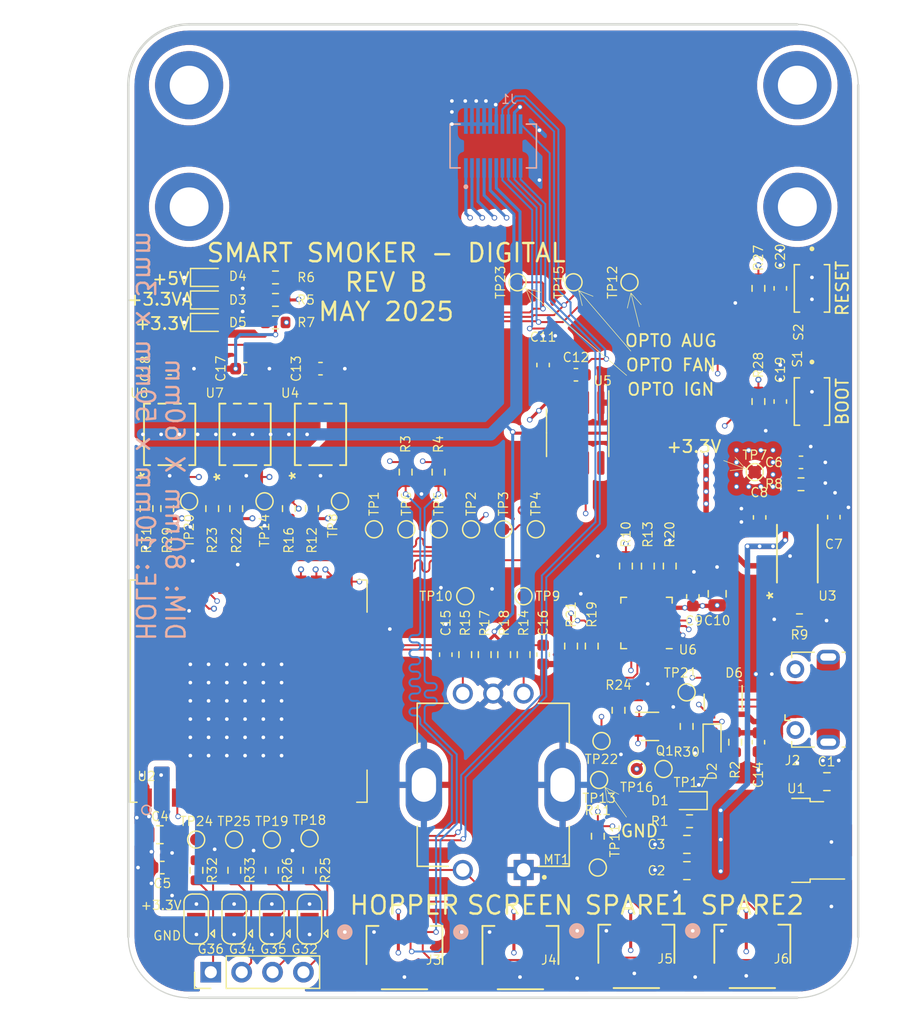
<source format=kicad_pcb>
(kicad_pcb (version 20211014) (generator pcbnew)
  (layers (0 "F.Cu" signal "TOP") (1 "In1.Cu" power "MidTop") (2 "In2.Cu" power "MidBottom") (31 "B.Cu" signal "BOTTOM") (34 "B.Paste" user) (35 "F.Paste" user) (36 "B.SilkS" user "B.Silkscreen") (37 "F.SilkS" user "F.Silkscreen") (38 "B.Mask" user) (39 "F.Mask" user) (44 "Edge.Cuts" user))
  (net 0 "")
  (net 1 "+3.3V")
  (net 2 "Net-(D4-Pad2)")
  (net 3 "+3.3VA")
  (net 4 "+5V")
  (net 5 "+3.3VP")
  (net 6 "/EN")
  (net 7 "/IO36")
  (net 8 "/IO39")
  (net 9 "/IO35")
  (net 10 "/IO15")
  (net 11 "/IO32")
  (net 12 "/IO33")
  (net 13 "/IO25")
  (net 14 "/IO26")
  (net 15 "/IO27")
  (net 16 "/IO13")
  (net 17 "/IO2")
  (net 18 "/IO0")
  (net 19 "/RXD0")
  (net 20 "/TXD0")
  (net 21 "/USB_DN")
  (net 22 "/USB_DP")
  (net 23 "Net-(D3-Pad2)")
  (net 24 "/I2C_SDA")
  (net 25 "/I2C_SCL")
  (net 26 "/RTS")
  (net 27 "/DTR")
  (net 28 "Net-(D2-Pad2)")
  (net 29 "/RXD")
  (net 30 "/TXD")
  (net 31 "Net-(D1-Pad2)")
  (net 32 "/SPI_MISO")
  (net 33 "/SPI_SCK")
  (net 34 "/SPI_CS")
  (net 35 "Net-(D5-Pad2)")
  (net 36 "+5VA")
  (net 37 "/CTS")
  (net 38 "/Opto_Auger")
  (net 39 "/Opto_Ignitor")
  (net 40 "/Opto_Fan")
  (net 41 "Net-(R10-Pad1)")
  (net 42 "/Probe1+")
  (net 43 "Net-(MT1-PadA)")
  (net 44 "Net-(MT1-PadB)")
  (net 45 "/SPI_MOSI")
  (net 46 "/IO34")
  (net 47 "/Probe1-")
  (net 48 "Net-(JP4-Pad2)")
  (net 49 "Net-(JP3-Pad2)")
  (net 50 "GND")
  (net 51 "/MeatProbe+")
  (net 52 "/MeatProbe-")
  (net 54 "Net-(JP1-Pad2)")
  (net 55 "Net-(JP2-Pad2)")
  (net 56 "Net-(Q1-Pad2)")
  (net 57 "/Auger")
  (net 58 "/Fan")
  (net 59 "/Ignitor")
  (net 60 "Net-(Q1-Pad5)")
  (net 61 "Net-(R9-Pad1)")
  (net 62 "Net-(R13-Pad2)")
  (net 83 "Net-(R12-Pad2)")
  (net 84 "Net-(R22-Pad2)")
  (net 85 "Net-(R29-Pad2)")
  (footprint "Resistor_SMD:R_0603_1608Metric" (layer "F.Cu") (at 53.2 89.8 90)
    (fp_text reference "R29")
    (fp_text value "150Ohm 1% 0603")
  )
  (footprint "Capacitor_SMD:C_0603_1608Metric" (layer "F.Cu") (at 101.8 108.9986 -90)
    (fp_text reference "C14")
    (fp_text value "0.1uF 50V X7R 0603")
  )
  (footprint "Resistor_SMD:R_0603_1608Metric" (layer "F.Cu") (at 99.89 108.9986 -90)
    (fp_text reference "R2")
    (fp_text value "150Ohm 1% 0603")
  )
  (footprint "Capacitor_SMD:C_0603_1608Metric" (layer "F.Cu") (at 65.8 78.3)
    (fp_text reference "C13")
    (fp_text value "0.1uF 50V X7R 0603")
  )
  (footprint "Customs Smoker:SW_TL1015AF160QG" (layer "F.Cu") (at 106.2 71.7 -90)
    (fp_text reference "S2")
    (fp_text value "TL1015AF160QG")
  )
  (footprint "Capacitor_SMD:C_0603_1608Metric" (layer "F.Cu") (at 84.1 78 90)
    (fp_text reference "C11")
    (fp_text value "0.1uF 50V X7R 0603")
  )
  (footprint "Resistor_SMD:R_0603_1608Metric" (layer "F.Cu") (at 64.9 119.525 -90)
    (fp_text reference "R25")
    (fp_text value "10K 1% 0603")
  )
  (footprint "Resistor_SMD:R_0603_1608Metric" (layer "F.Cu") (at 90.91 94.5236 90)
    (fp_text reference "R10")
    (fp_text value "1kOhm 1% 0603")
  )
  (footprint "Capacitor_SMD:C_0603_1608Metric" (layer "F.Cu") (at 101.9 90.525 -90)
    (fp_text reference "C8")
    (fp_text value "0.1uF 50V X7R 0603")
  )
  (footprint "TestPoint:TestPoint_Pad_D1.0mm" (layer "F.Cu") (at 91.8 111.2)
    (fp_text reference "TP16")
    (fp_text value "TP")
  )
  (footprint "LED_SMD:LED_0603_1608Metric" (layer "F.Cu") (at 96.1 113.8 180)
    (fp_text reference "D1")
    (fp_text value "R 2.0V 20mA")
  )
  (footprint "LED_SMD:LED_0603_1608Metric" (layer "F.Cu") (at 97.99 108.9986 -90)
    (fp_text reference "D2")
    (fp_text value "R 2.0V 20mA")
  )
  (footprint "Resistor_SMD:R_0603_1608Metric" (layer "F.Cu") (at 88.6 116.725 90)
    (fp_text reference "R11")
    (fp_text value "10K 1% 0603")
  )
  (footprint "TestPoint:TestPoint_Pad_D1.0mm" (layer "F.Cu") (at 94 111.2)
    (fp_text reference "TP17")
    (fp_text value "TP")
  )
  (footprint "Customs Smoker:PW8-M" (layer "F.Cu") (at 105 93.5 90)
    (fp_text reference "U3")
    (fp_text value "TPS2115APWR")
  )
  (footprint "Resistor_SMD:R_0603_1608Metric" (layer "F.Cu") (at 101.8 81 90)
    (fp_text reference "R28")
    (fp_text value "10K 1% 0603")
  )
  (footprint "TestPoint:TestPoint_Pad_D1.0mm" (layer "F.Cu") (at 95.9 104.9)
    (fp_text reference "TP21")
    (fp_text value "TP")
  )
  (footprint "TestPoint:TestPoint_Pad_D1.0mm" (layer "F.Cu") (at 78.18 91.5 90)
    (fp_text reference "TP2")
    (fp_text value "TP")
  )
  (footprint "TestPoint:TestPoint_Pad_D1.0mm" (layer "F.Cu") (at 64.9 116.9)
    (fp_text reference "TP18")
    (fp_text value "TP")
  )
  (footprint "Customs Smoker:PRT-14417" (layer "F.Cu") (at 101.299998 126.6)
    (fp_text reference "J6")
    (fp_text value "Spare2")
  )
  (footprint "MountingHole:MountingHole_3.2mm_M3_DIN965_Pad" (layer "F.Cu") (at 55 65)
    (fp_text reference "H1" hide)
    (fp_text value "MountingHole")
  )
  (footprint "Connector_USB:USB_Micro-B_Molex-105017-0001" (layer "F.Cu") (at 106.3 105.5 90)
    (fp_text reference "J2")
    (fp_text value "1050170001")
  )
  (footprint "Resistor_SMD:R_0603_1608Metric" (layer "F.Cu") (at 58.716 119.525 -90)
    (fp_text reference "R33")
    (fp_text value "10K 1% 0603")
  )
  (footprint "Customs Smoker:PRT-14417" (layer "F.Cu") (at 72.70505 126.7)
    (fp_text reference "J3")
    (fp_text value "Hopper")
  )
  (footprint "Customs Smoker:PRT-14417" (layer "F.Cu") (at 91.768348 126.6)
    (fp_text reference "J5")
    (fp_text value "Spare1")
  )
  (footprint "Resistor_SMD:R_0603_1608Metric" (layer "F.Cu") (at 94.51 94.5236 -90)
    (fp_text reference "R20")
    (fp_text value "47.5kOhm 1% 0603")
  )
  (footprint "Capacitor_SMD:C_0603_1608Metric" (layer "F.Cu") (at 53.4 78.3)
    (fp_text reference "C18")
    (fp_text value "0.1uF 50V X7R 0603")
  )
  (footprint "TestPoint:TestPoint_Pad_D1.0mm" (layer "F.Cu") (at 88.9 108.9)
    (fp_text reference "TP22")
    (fp_text value "TP")
  )
  (footprint "Capacitor_SMD:C_0805_2012Metric" (layer "F.Cu") (at 98.41 96.7986 -90)
    (fp_text reference "C10")
    (fp_text value "4.7uF 25V X5R 0805")
  )
  (footprint "LED_SMD:LED_0603_1608Metric" (layer "F.Cu") (at 56.6 74.5)
    (fp_text reference "D5")
    (fp_text value "R 2.0V 20mA")
  )
  (footprint "Capacitor_SMD:C_0603_1608Metric" (layer "F.Cu") (at 108 90.5 90)
    (fp_text reference "C7")
    (fp_text value "0.1uF 50V X7R 0603")
  )
  (footprint "Resistor_SMD:R_0603_1608Metric" (layer "F.Cu") (at 55.6 119.525 -90)
    (fp_text reference "R32")
    (fp_text value "10K 1% 0603")
  )
  (footprint "LED_SMD:LED_0603_1608Metric" (layer "F.Cu") (at 56.6 70.8)
    (fp_text reference "D4")
    (fp_text value "R 2.0V 20mA")
  )
  (footprint "TestPoint:TestPoint_Pad_D1.0mm" (layer "F.Cu") (at 83.5 91.5 90)
    (fp_text reference "TP4")
    (fp_text value "TP")
  )
  (footprint "TestPoint:TestPoint_Pad_D1.0mm" (layer "F.Cu") (at 82.5 97)
    (fp_text reference "TP9")
    (fp_text value "TP")
  )
  (footprint "Resistor_SMD:R_0603_1608Metric" (layer "F.Cu") (at 62.1 74.5 180)
    (fp_text reference "R7")
    (fp_text value "64.9Ohm 1% 0603")
  )
  (footprint "Capacitor_SMD:C_0805_2012Metric" (layer "F.Cu") (at 52.6 116.6)
    (fp_text reference "C4")
    (fp_text value "22uF 10V X5R 0805")
  )
  (footprint "Package_TO_SOT_SMD:TO-252-2" (layer "F.Cu") (at 103.58 117.065 180)
    (fp_text reference "U1")
    (fp_text value "AMS1117-3.3")
  )
  (footprint "Jumper:SolderJumper-3_P1.3mm_Open_RoundedPad1.0x1.5mm" (layer "F.Cu") (at 55.58 123.525 90)
    (fp_text reference "JP3" hide)
    (fp_text value "SolderJumper_3_Open")
  )
  (footprint "Capacitor_SMD:C_0603_1608Metric" (layer "F.Cu") (at 59.6 78.3)
    (fp_text reference "C17")
    (fp_text value "0.1uF 50V X7R 0603")
  )
  (footprint "TestPoint:TestPoint_Pad_D1.0mm" (layer "F.Cu") (at 101.5 86.8 90)
    (fp_text reference "TP7")
    (fp_text value "TP")
  )
  (footprint "TestPoint:TestPoint_Pad_D1.0mm" (layer "F.Cu") (at 72.86 91.5 90)
    (fp_text reference "TP6")
    (fp_text value "TP")
  )
  (footprint "Capacitor_SMD:C_0603_1608Metric" (layer "F.Cu") (at 86.8 78.8)
    (fp_text reference "C12")
    (fp_text value "0.01uF 50V X7R 0603")
  )
  (footprint "Package_DFN_QFN:QFN-24-1EP_4x4mm_P0.5mm_EP2.6x2.6mm" (layer "F.Cu") (at 92.6 99.2 180)
    (fp_text reference "U6")
    (fp_text value "CP2102N-A02-GQFN24")
  )
  (footprint "Package_SO:SOIC-8_3.9x4.9mm_P1.27mm" (layer "F.Cu") (at 86.94 83.57 -90)
    (fp_text reference "U5")
    (fp_text value "MAX31855KASA")
  )
  (footprint "Customs Smoker:XDCR_PEC11R-4215F-S0024" (layer "F.Cu") (at 80 112.5 180)
    (fp_text reference "MT1")
    (fp_text value "PEC11R-4215F-S0024")
  )
  (footprint "TestPoint:TestPoint_Pad_D1.0mm" (layer "F.Cu") (at 91.2 71.2)
    (fp_text reference "TP12")
    (fp_text value "TP")
  )
  (footprint "Resistor_SMD:R_0603_1608Metric" (layer "F.Cu") (at 90.3 106.375 -90)
    (fp_text reference "R24")
    (fp_text value "10K 1% 0603")
  )
  (footprint "TestPoint:TestPoint_Pad_D1.0mm" (layer "F.Cu") (at 88.6 119.3)
    (fp_text reference "TP11")
    (fp_text value "TP")
  )
  (footprint "Resistor_SMD:R_0603_1608Metric" (layer "F.Cu") (at 56.9 89.8 -90)
    (fp_text reference "R23")
    (fp_text value "10K 1% 0603")
  )
  (footprint "Capacitor_SMD:C_0805_2012Metric" (layer "F.Cu") (at 95.92 117.4 180)
    (fp_text reference "C3")
    (fp_text value "10uF 16V X5R 0805")
  )
  (footprint "Resistor_SMD:R_0603_1608Metric" (layer "F.Cu") (at 101.8 71.7 90)
    (fp_text reference "R27")
    (fp_text value "10K 1% 0603")
  )
  (footprint "TestPoint:TestPoint_Pad_D1.0mm" (layer "F.Cu") (at 55.58 117)
    (fp_text reference "TP24")
    (fp_text value "TP")
  )
  (footprint "TestPoint:TestPoint_Pad_D1.0mm" (layer "F.Cu") (at 77.7 97)
    (fp_text reference "TP10")
    (fp_text value "TP")
  )
  (footprint "TestPoint:TestPoint_Pad_D1.0mm" (layer "F.Cu") (at 82 71.2)
    (fp_text reference "TP23")
    (fp_text value "TP")
  )
  (footprint "MountingHole:MountingHole_3.2mm_M3_DIN965_Pad" (layer "F.Cu") (at 105 55)
    (fp_text reference "H2" hide)
    (fp_text value "MountingHole")
  )
  (footprint "Resistor_SMD:R_0603_1608Metric" (layer "F.Cu") (at 62.1 72.65 180)
    (fp_text reference "R5")
    (fp_text value "64.9Ohm 1% 0603")
  )
  (footprint "TestPoint:TestPoint_Pad_D1.0mm" (layer "F.Cu") (at 70.2 91.5 90)
    (fp_text reference "TP1")
    (fp_text value "TP")
  )
  (footprint "Resistor_SMD:R_0603_1608Metric" (layer "F.Cu") (at 96.14 115.495 180)
    (fp_text reference "R1")
    (fp_text value "64.9Ohm 1% 0603")
  )
  (footprint "Capacitor_SMD:C_0603_1608Metric" (layer "F.Cu") (at 105.3 86)
    (fp_text reference "C6")
    (fp_text value "1uF 16V X7R 0603")
  )
  (footprint "Customs Smoker:TLP2362" (layer "F.Cu") (at 53.4 83.7 90)
    (fp_text reference "U8")
    (fp_text value "TLP2362TPR_E")
  )
  (footprint "Resistor_SMD:R_0603_1608Metric" (layer "F.Cu") (at 88.1 101.1 -90)
    (fp_text reference "R19")
    (fp_text value "0Ohm 0603")
  )
  (footprint "Resistor_SMD:R_0603_1608Metric" (layer "F.Cu") (at 61.812 119.525 -90)
    (fp_text reference "R26")
    (fp_text value "10K 1% 0603")
  )
  (footprint "Customs Smoker:ESP32-WROOM-32UE 16MB" (layer "F.Cu") (at 59.9 104.8 90)
    (fp_text reference "U2")
    (fp_text value "ESP32-WROOM-32UE_16MB" hide)
  )
  (footprint "Resistor_SMD:R_0603_1608Metric" (layer "F.Cu") (at 82.5 101.8 90)
    (fp_text reference "R14")
    (fp_text value "10K 1% 0603")
  )
  (footprint "Resistor_SMD:R_0603_1608Metric" (layer "F.Cu") (at 95.9 107.7 -90)
    (fp_text reference "R30")
    (fp_text value "10K 1% 0603")
  )
  (footprint "TestPoint:TestPoint_Pad_D1.0mm" (layer "F.Cu") (at 88.7 112.1)
    (fp_text reference "TP13")
    (fp_text value "TP")
  )
  (footprint "TestPoint:TestPoint_Pad_D1.0mm" (layer "F.Cu") (at 61.8 117 90)
    (fp_text reference "TP19")
    (fp_text value "TP")
  )
  (footprint "Resistor_SMD:R_0603_1608Metric" (layer "F.Cu") (at 105.175 98.975 180)
    (fp_text reference "R9")
    (fp_text value "250Ohm 0.1% 0603")
  )
  (footprint "Resistor_SMD:R_0603_1608Metric" (layer "F.Cu") (at 58.875 89.8 90)
    (fp_text reference "R22")
    (fp_text value "150Ohm 1% 0603")
  )
  (footprint "Jumper:SolderJumper-3_P1.3mm_Open_RoundedPad1.0x1.5mm" (layer "F.Cu") (at 61.8 123.525 90)
    (fp_text reference "JP2" hide)
    (fp_text value "SolderJumper_3_Open")
  )
  (footprint "Capacitor_SMD:C_0603_1608Metric" (layer "F.Cu") (at 96.41 97.0186 -90)
    (fp_text reference "C9")
    (fp_text value "0.1uF 50V X7R 0603")
  )
  (footprint "Connector_PinHeader_2.54mm:PinHeader_1x04_P2.54mm_Vertical" (layer "F.Cu") (at 56.78 127.9 90)
    (fp_text reference "TP27" hide)
    (fp_text value "GPIO MISC.")
  )
  (footprint "TestPoint:TestPoint_Pad_D1.0mm" (layer "F.Cu") (at 61.2 89.2 90)
    (fp_text reference "TP14")
    (fp_text value "TP")
  )
  (footprint "Resistor_SMD:R_0603_1608Metric" (layer "F.Cu") (at 80.9 101.8 -90)
    (fp_text reference "R18")
    (fp_text value "10K 1% 0603")
  )
  (footprint "LED_SMD:LED_0603_1608Metric" (layer "F.Cu") (at 56.6 72.65)
    (fp_text reference "D3")
    (fp_text value "R 2.0V 20mA")
  )
  (footprint "Capacitor_SMD:C_0603_1608Metric" (layer "F.Cu") (at 103.6 81 90)
    (fp_text reference "C19")
    (fp_text value "0.1uF 50V X7R 0603")
  )
  (footprint "Resistor_SMD:R_0603_1608Metric" (layer "F.Cu") (at 92.71 94.5236 -90)
    (fp_text reference "R13")
    (fp_text value "22.1kOhm 1% 0603")
  )
  (footprint "Jumper:SolderJumper-3_P1.3mm_Open_RoundedPad1.0x1.5mm" (layer "F.Cu") (at 64.9 123.525 90)
    (fp_text reference "JP1" hide)
    (fp_text value "SolderJumper_3_Open")
  )
  (footprint "Customs Smoker:SW_TL1015AF160QG" (layer "F.Cu") (at 106.2 81 -90)
    (fp_text reference "S1")
    (fp_text value "TL1015AF160QG")
  )
  (footprint "Resistor_SMD:R_0603_1608Metric" (layer "F.Cu") (at 75.5 86.8 90)
    (fp_text reference "R4")
    (fp_text value "1.8kOhm 1% 0603")
  )
  (footprint "Resistor_SMD:R_0603_1608Metric" (layer "F.Cu") (at 65.1 89.8 90)
    (fp_text reference "R12")
    (fp_text value "150Ohm 1% 0603")
  )
  (footprint "Resistor_SMD:R_0603_1608Metric" (layer "F.Cu") (at 86.4 101.1 -90)
    (fp_text reference "R21")
    (fp_text value "0Ohm 0603")
  )
  (footprint "MountingHole:MountingHole_3.2mm_M3_DIN965_Pad" (layer "F.Cu") (at 105 65)
    (fp_text reference "H3" hide)
    (fp_text value "MountingHole")
  )
  (footprint "Resistor_SMD:R_0603_1608Metric" (layer "F.Cu") (at 62.1 70.8 180)
    (fp_text reference "R6")
    (fp_text value "150Ohm 1% 0603")
  )
  (footprint "Resistor_SMD:R_0603_1608Metric" (layer "F.Cu") (at 105.3 87.8 180)
    (fp_text reference "R8")
    (fp_text value "50Ohm 0.1% 0603")
  )
  (footprint "TestPoint:TestPoint_Pad_D1.0mm" (layer "F.Cu") (at 58.7 117)
    (fp_text reference "TP25")
    (fp_text value "TP")
  )
  (footprint "Capacitor_SMD:C_0805_2012Metric" (layer "F.Cu") (at 107.43 112.24)
    (fp_text reference "C1")
    (fp_text value "10uF 16V X5R 0805")
  )
  (footprint "Resistor_SMD:R_0603_1608Metric" (layer "F.Cu") (at 63.2 89.8 -90)
    (fp_text reference "R16")
    (fp_text value "10K 1% 0603")
  )
  (footprint "TestPoint:TestPoint_Pad_D1.0mm" (layer "F.Cu") (at 55 89.2 90)
    (fp_text reference "TP20")
    (fp_text value "TP")
  )
  (footprint "Capacitor_SMD:C_0603_1608Metric" (layer "F.Cu") (at 84.1 101.8 -90)
    (fp_text reference "C16")
    (fp_text value "0.01uF 50V X7R 0603")
  )
  (footprint "Package_TO_SOT_SMD:SOT-363_SC-70-6" (layer "F.Cu") (at 92.9 107.7)
    (fp_text reference "Q1")
    (fp_text value "MBT3904DW1")
  )
  (footprint "Resistor_SMD:R_0603_1608Metric" (layer "F.Cu") (at 77.7 101.8 90)
    (fp_text reference "R15")
    (fp_text value "10K 1% 0603")
  )
  (footprint "Package_TO_SOT_SMD:SOT-143" (layer "F.Cu") (at 98.9 105.7 -90)
    (fp_text reference "D6")
    (fp_text value "SP0503BAHT")
  )
  (footprint "TestPoint:TestPoint_Pad_D1.0mm" (layer "F.Cu") (at 86.6 71.2)
    (fp_text reference "TP15")
    (fp_text value "TP")
  )
  (footprint "Customs Smoker:TLP2362" (layer "F.Cu") (at 65.8 83.7 90)
    (fp_text reference "U4")
    (fp_text value "TLP2362TPR_E")
  )
  (footprint "Resistor_SMD:R_0603_1608Metric" (layer "F.Cu") (at 72.8 86.8 90)
    (fp_text reference "R3")
    (fp_text value "1.8kOhm 1% 0603")
  )
  (footprint "Capacitor_SMD:C_0603_1608Metric" (layer "F.Cu") (at 103.6 71.7 90)
    (fp_text reference "C20")
    (fp_text value "0.1uF 50V X7R 0603")
  )
  (footprint "MountingHole:MountingHole_3.2mm_M3_DIN965_Pad" (layer "F.Cu") (at 55 55)
    (fp_text reference "H4" hide)
    (fp_text value "MountingHole")
  )
  (footprint "TestPoint:TestPoint_Pad_D1.0mm" (layer "F.Cu") (at 75.52 91.5 90)
    (fp_text reference "TP5")
    (fp_text value "TP")
  )
  (footprint "Capacitor_SMD:C_0805_2012Metric" (layer "F.Cu") (at 95.92 119.555 180)
    (fp_text reference "C2")
    (fp_text value "10uF 16V X5R 0805")
  )
  (footprint "Capacitor_SMD:C_0603_1608Metric" (layer "F.Cu") (at 52.8 119.3)
    (fp_text reference "C5")
    (fp_text value "0.1uF 50V X7R 0603")
  )
  (footprint "TestPoint:TestPoint_Pad_D1.0mm" (layer "F.Cu") (at 80.84 91.5 90)
    (fp_text reference "TP3")
    (fp_text value "TP")
  )
  (footprint "Customs Smoker:PRT-14417" (layer "F.Cu") (at 82.236699 126.7)
    (fp_text reference "J4")
    (fp_text value "Screen")
  )
  (footprint "Resistor_SMD:R_0603_1608Metric" (layer "F.Cu") (at 51.5 89.8 -90)
    (fp_text reference "R31")
    (fp_text value "10K 1% 0603")
  )
  (footprint "Resistor_SMD:R_0603_1608Metric" (layer "F.Cu") (at 79.3 101.8 -90)
    (fp_text reference "R17")
    (fp_text value "10K 1% 0603")
  )
  (footprint "TestPoint:TestPoint_Pad_D1.0mm" (layer "F.Cu") (at 67.4 89.2 90)
    (fp_text reference "TP8")
    (fp_text value "TP")
  )
  (footprint "Capacitor_SMD:C_0603_1608Metric" (layer "F.Cu") (at 76.1 101.8 -90)
    (fp_text reference "C15")
    (fp_text value "0.01uF 50V X7R 0603")
  )
  (footprint "Customs Smoker:TLP2362" (layer "F.Cu") (at 59.6 83.7 90)
    (fp_text reference "U7")
    (fp_text value "TLP2362TPR_E")
  )
  (footprint "Jumper:SolderJumper-3_P1.3mm_Open_RoundedPad1.0x1.5mm" (layer "F.Cu") (at 58.7 123.525 90)
    (fp_text reference "JP4" hide)
    (fp_text value "SolderJumper_3_Open")
  )
  (footprint "Customs Smoker:HRS_DF12NC-20DS-0.5V_51_" (layer "B.Cu") (at 80 60 180)
    (fp_text reference "J1")
    (fp_text value "DF12NC-20DS-0.5V_51_")
  )
  (gr_arc locked (start 105 50) (mid 108.535534 51.464466) (end 110 55) (layer "Edge.Cuts") (width 0.1))
  (gr_line locked (start 105 50) (end 55 50) (layer "Edge.Cuts") (width 0.2))
  (gr_arc locked (start 50 55) (mid 51.464466 51.464466) (end 55 50) (layer "Edge.Cuts") (width 0.2))
  (gr_arc locked (start 55 130) (mid 51.464466 128.535534) (end 50 125) (layer "Edge.Cuts") (width 0.1))
  (gr_line locked (start 55 130) (end 105 130) (layer "Edge.Cuts") (width 0.2))
  (gr_line locked (start 110 125) (end 110 55) (layer "Edge.Cuts") (width 0.2))
  (gr_arc locked (start 110 125) (mid 108.535534 128.535534) (end 105 130) (layer "Edge.Cuts") (width 0.1))
  (gr_line locked (start 50 55) (end 50 125) (layer "Edge.Cuts") (width 0.2))
  (gr_text "DIM: 80mm X 60mm\nHOLE: 10mm x 50mm x 3mm" (at 52.6 100.8 270) (layer "B.SilkS") (effects (font (size 1.5 1.5) (thickness 0.2)) (justify left mirror)))
  (gr_text "G34" (at 59.353333 126) (layer "F.SilkS") (effects (font (size 0.75 0.75) (thickness 0.1))))
  (gr_text "SCREEN" (at 82.2 122.4) (layer "F.SilkS") (effects (font (size 1.5 1.5) (thickness 0.2))))
  (gr_text "G35" (at 61.926666 126) (layer "F.SilkS") (effects (font (size 0.75 0.75) (thickness 0.1))))
  (gr_text "GND" (at 53.2 124.9) (layer "F.SilkS") (effects (font (size 0.75 0.75) (thickness 0.1))))
  (gr_text "+3.3V" (at 52.8 74.6) (layer "F.SilkS") (effects (font (size 1 1))))
  (gr_text "+3.3V" (at 52.7 122.4) (layer "F.SilkS") (effects (font (size 0.75 0.75) (thickness 0.1))))
  (gr_text "SPARE2" (at 101.299998 122.4) (layer "F.SilkS") (effects (font (size 1.5 1.5) (thickness 0.2))))
  (gr_text "SPARE1" (at 91.768348 122.4) (layer "F.SilkS") (effects (font (size 1.5 1.5) (thickness 0.2))))
  (gr_text "BOOT" (at 108.7 81 90) (layer "F.SilkS") (effects (font (size 1 1))))
  (gr_text "RESET" (at 108.7 71.7 90) (layer "F.SilkS") (effects (font (size 1 1))))
  (gr_text "HOPPER" (at 72.70505 122.4) (layer "F.SilkS") (effects (font (size 1.5 1.5) (thickness 0.2))))
  (gr_text "+3.3VA" (at 52.6 72.6) (layer "F.SilkS") (effects (font (size 1 1))))
  (gr_text "SMART SMOKER - DIGITAL\nREV B\nMAY 2025" (at 71.2 71.2) (layer "F.SilkS") (effects (font (size 1.5 1.5) (thickness 0.2))))
  (gr_text "+5V" (at 53.5 70.9) (layer "F.SilkS") (effects (font (size 1 1))))
  (gr_text "G32" (at 64.5 126) (layer "F.SilkS") (effects (font (size 0.75 0.75) (thickness 0.1))))
  (gr_text "G36" (at 56.78 126) (layer "F.SilkS") (effects (font (size 0.75 0.75) (thickness 0.1))))
  (dimension (type leader) (layer "F.SilkS") (pts (xy 82.3 71.4) (xy 92.3 80)) (gr_text "OPTO IGN" (at 94.6 80) (layer "F.SilkS") (effects (font (size 1 1) (thickness 0.15)))) (format (units 0) (units_format 0) (precision 4) (override_value "OPTO IGN")) (style (thickness 0.05) (arrow_length 1.27) (text_position_mode 0) (text_frame 0) (extension_offset 0.5)))
  (dimension (type leader) (layer "F.SilkS") (pts (xy 101.2 86.7) (xy 95.9 84.7)) (gr_text "+3.3V" (at 96.5 84.7) (layer "F.SilkS") (effects (font (size 1 1) (thickness 0.15)))) (format (units 0) (units_format 0) (precision 4) (override_value "+3.3V")) (style (thickness 0.05) (arrow_length 1.27) (text_position_mode 0) (text_frame 0) (extension_offset 0.5)))
  (dimension (type leader) (layer "F.SilkS") (pts (xy 88.9 112.3) (xy 91.2 115.5)) (gr_text "GND" (at 90.4 116.3) (layer "F.SilkS") (effects (font (size 1 1) (thickness 0.15)) (justify left))) (format (units 0) (units_format 0) (precision 4) (override_value "GND")) (style (thickness 0.05) (arrow_length 1.27) (text_position_mode 0) (text_frame 0) (extension_offset 0.5)))
  (dimension (type leader) (layer "F.SilkS") (pts (xy 86.7 71.5) (xy 92.3 78)) (gr_text "OPTO FAN" (at 94.6 78) (layer "F.SilkS") (effects (font (size 1 1) (thickness 0.15)))) (format (units 0) (units_format 0) (precision 4) (override_value "OPTO FAN")) (style (thickness 0.05) (arrow_length 1.27) (text_position_mode 0) (text_frame 0) (extension_offset 0.5)))
  (dimension (type leader) (layer "F.SilkS") (pts (xy 91.2 71.6) (xy 92.3 76)) (gr_text "OPTO AUG" (at 94.6 76) (layer "F.SilkS") (effects (font (size 1 1) (thickness 0.15)))) (format (units 0) (units_format 0) (precision 4) (override_value "OPTO AUG")) (style (thickness 0.05) (arrow_length 1.27) (text_position_mode 0) (text_frame 0) (extension_offset 0.5)))
  (segment (start 65.1 90.625) (end 66.375 90.625) (width 0.25) (layer "F.Cu") (net 1))
  (segment (start 71.575 85.975) (end 71.5 85.9) (width 0.16) (layer "F.Cu") (net 1))
  (segment (start 94.5375 97.4375) (end 94.5375 97.95) (width 0.35) (layer "F.Cu") (net 1))
  (segment (start 53.2 90.625) (end 54.375 90.625) (width 0.25) (layer "F.Cu") (net 1))
  (segment (start 93.85 97.2625) (end 94.3625 97.2625) (width 0.35) (layer "F.Cu") (net 1))
  (segment (start 100.8 126.2) (end 100.799999 124.4985) (width 0.25) (layer "F.Cu") (net 1))
  (segment (start 94.3625 97.2625) (end 94.5375 97.4375) (width 0.35) (layer "F.Cu") (net 1))
  (segment (start 91.3 126.1) (end 91.3 124.530151) (width 0.25) (layer "F.Cu") (net 1))
  (segment (start 96.41 97.7936) (end 97.2064 97.7936) (width 0.35) (layer "F.Cu") (net 1))
  (segment (start 83.75 81.75) (end 83 82.5) (width 0.25) (layer "F.Cu") (net 1))
  (segment (start 72.2 122.9) (end 72.2 124.593449) (width 0.25) (layer "F.Cu") (net 1))
  (segment (start 101.8 80.175) (end 101.8 79.2) (width 0.16) (layer "F.Cu") (net 1))
  (segment (start 88.6 115.9) (end 89.8 115.9) (width 0.16) (layer "F.Cu") (net 1))
  (segment (start 100.8 122.8) (end 100.799999 124.4985) (width 0.25) (layer "F.Cu") (net 1))
  (segment (start 84.405 81.095) (end 83.75 81.75) (width 0.25) (layer "F.Cu") (net 1))
  (segment (start 74.275 85.975) (end 74.2 85.9) (width 0.16) (layer "F.Cu") (net 1))
  (segment (start 81.7 122.9) (end 81.7 124.5618) (width 0.25) (layer "F.Cu") (net 1))
  (segment (start 75.5 85.975) (end 74.275 85.975) (width 0.16) (layer "F.Cu") (net 1))
  (segment (start 81.7 126.3) (end 81.7 124.6352) (width 0.25) (layer "F.Cu") (net 1))
  (segment (start 88.6 114.7) (end 88.6 115.9) (width 0.16) (layer "F.Cu") (net 1))
  (segment (start 66.375 90.625) (end 66.4 90.6) (width 0.25) (layer "F.Cu") (net 1))
  (segment (start 101.8 70.875) (end 101.8 69.8) (width 0.16) (layer "F.Cu") (net 1))
  (segment (start 97.2064 97.7936) (end 98.365 97.7936) (width 0.35) (layer "F.Cu") (net 1))
  (segment (start 85.035 81.095) (end 85.035 79.71) (width 0.25) (layer "F.Cu") (net 1))
  (segment (start 94.5375 98.45) (end 94.5375 97.95) (width 0.35) (layer "F.Cu") (net 1))
  (segment (start 60.175 90.625) (end 60.2 90.6) (width 0.25) (layer "F.Cu") (net 1))
  (segment (start 58.875 90.625) (end 60.175 90.625) (width 0.25) (layer "F.Cu") (net 1))
  (segment (start 54.375 90.625) (end 54.4 90.6) (width 0.25) (layer "F.Cu") (net 1))
  (segment (start 91.3 122.9) (end 91.3 124.466849) (width 0.25) (layer "F.Cu") (net 1))
  (segment (start 90.91 92.71) (end 90.9 92.7) (width 0.16) (layer "F.Cu") (net 1))
  (segment (start 85.035 79.71) (end 84.1 78.775) (width 0.25) (layer "F.Cu") (net 1))
  (segment (start 72.8 85.975) (end 71.575 85.975) (width 0.16) (layer "F.Cu") (net 1))
  (segment (start 95.75 97.95) (end 96.2536 97.95) (width 0.35) (layer "F.Cu") (net 1))
  (segment (start 72.2 126.3) (end 72.2 124.603551) (width 0.25) (layer "F.Cu") (net 1))
  (segment (start 85.035 81.095) (end 84.405 81.095) (width 0.25) (layer "F.Cu") (net 1))
  (segment (start 90.91 93.6986) (end 90.91 92.71) (width 0.16) (layer "F.Cu") (net 1))
  (segment (start 104.674999 87.999999) (end 104.475 87.8) (width 0.45) (layer "F.Cu") (net 1))
  (segment (start 94.5375 97.95) (end 95.75 97.95) (width 0.35) (layer "F.Cu") (net 1))
  (segment (start 104.674999 90.5282) (end 104.674999 87.999999) (width 0.45) (layer "F.Cu") (net 1))
  (via (at 89.8 115.9) (size 0.45) (drill 0.3) (layers "F.Cu" "B.Cu") (net 1))
  (via (at 61.8 122.3) (size 0.45) (drill 0.3) (layers "F.Cu" "B.Cu") (net 1))
  (via (at 91.3 122.9) (size 0.45) (drill 0.3) (layers "F.Cu" "B.Cu") (net 1))
  (via (at 64.9 122.3) (size 0.45) (drill 0.3) (layers "F.Cu" "B.Cu") (net 1))
  (via (at 53.6 121.6) (size 0.45) (drill 0.3) (layers "F.Cu" "B.Cu") (net 1))
  (via (at 54.4 90.6) (size 0.5) (drill 0.3) (layers "F.Cu" "B.Cu") (net 1))
  (via (at 91.3 126.1) (size 0.45) (drill 0.3) (layers "F.Cu" "B.Cu") (net 1))
  (via (at 88.6 114.7) (size 0.45) (drill 0.3) (layers "F.Cu" "B.Cu") (net 1))
  (via (at 101 85) (size 0.45) (drill 0.3) (layers "F.Cu" "B.Cu") (net 1))
  (via (at 90.9 92.7) (size 0.45) (drill 0.3) (layers "F.Cu" "B.Cu") (net 1))
  (via (at 102 88) (size 0.45) (drill 0.3) (layers "F.Cu" "B.Cu") (net 1))
  (via (at 74.2 85.9) (size 0.45) (drill 0.3) (layers "F.Cu" "B.Cu") (net 1))
  (via (at 83.75 81.75) (size 0.45) (drill 0.3) (layers "F.Cu" "B.Cu") (net 1))
  (via (at 100 85) (size 0.45) (drill 0.3) (layers "F.Cu" "B.Cu") (net 1))
  (via (at 97.2064 97.7936) (size 0.45) (drill 0.3) (layers "F.Cu" "B.Cu") (net 1))
  (via (at 101.8 69.8) (size 0.5) (drill 0.3) (layers "F.Cu" "B.Cu") (net 1))
  (via (at 81.7 126.3) (size 0.45) (drill 0.3) (layers "F.Cu" "B.Cu") (net 1))
  (via (at 63 74.5) (size 0.45) (drill 0.3) (layers "F.Cu" "B.Cu") (net 1))
  (via (at 102 85) (size 0.45) (drill 0.3) (layers "F.Cu" "B.Cu") (net 1))
  (via (at 100 86) (size 0.45) (drill 0.3) (layers "F.Cu" "B.Cu") (net 1))
  (via (at 100 87) (size 0.45) (drill 0.3) (layers "F.Cu" "B.Cu") (net 1))
  (via (at 98.41 97.7486) (size 0.45) (drill 0.3) (layers "F.Cu" "B.Cu") (net 1))
  (via (at 83 82.5) (size 0.45) (drill 0.3) (layers "F.Cu" "B.Cu") (net 1))
  (via (at 52.7 111.7) (size 0.45) (drill 0.3) (layers "F.Cu" "B.Cu") (net 1))
  (via (at 103 87) (size 0.45) (drill 0.3) (layers "F.Cu" "B.Cu") (net 1))
  (via (at 53.6 118.1) (size 0.45) (drill 0.3) (layers "F.Cu" "B.Cu") (net 1))
  (via (at 72.2 126.3) (size 0.45) (drill 0.3) (layers "F.Cu" "B.Cu") (net 1))
  (via (at 71.5 85.9) (size 0.45) (drill 0.3) (layers "F.Cu" "B.Cu") (net 1))
  (via (at 60.2 90.6) (size 0.5) (drill 0.3) (layers "F.Cu" "B.Cu") (net 1))
  (via (at 103 86) (size 0.45) (drill 0.3) (layers "F.Cu" "B.Cu") (net 1))
  (via (at 55.6 122.3) (size 0.45) (drill 0.3) (layers "F.Cu" "B.Cu") (net 1))
  (via (at 81.7 122.9) (size 0.45) (drill 0.3) (layers "F.Cu" "B.Cu") (net 1))
  (via (at 101 88) (size 0.45) (drill 0.3) (layers "F.Cu" "B.Cu") (net 1))
  (via (at 103 85) (size 0.45) (drill 0.3) (layers "F.Cu" "B.Cu") (net 1))
  (via (at 100.8 126.2) (size 0.45) (drill 0.3) (layers "F.Cu" "B.Cu") (net 1))
  (via (at 95.75 97.95) (size 0.45) (drill 0.3) (layers "F.Cu" "B.Cu") (net 1))
  (via (at 100 88) (size 0.45) (drill 0.3) (layers "F.Cu" "B.Cu") (net 1))
  (via (at 101.8 79.2) (size 0.5) (drill 0.3) (layers "F.Cu" "B.Cu") (net 1))
  (via (at 72.2 122.9) (size 0.45) (drill 0.3) (layers "F.Cu" "B.Cu") (net 1))
  (via (at 58.7 122.3) (size 0.45) (drill 0.3) (layers "F.Cu" "B.Cu") (net 1))
  (via (at 66.4 90.6) (size 0.5) (drill 0.3) (layers "F.Cu" "B.Cu") (net 1))
  (via (at 103 88) (size 0.45) (drill 0.3) (layers "F.Cu" "B.Cu") (net 1))
  (via (at 100.8 122.8) (size 0.45) (drill 0.3) (layers "F.Cu" "B.Cu") (net 1))
  (segment (start 61.275 70.8) (end 57.3875 70.8) (width 0.16) (layer "F.Cu") (net 2))
  (segment (start 97.5 91.2) (end 97.5 89.4) (width 0.45) (layer "F.Cu") (net 3))
  (segment (start 97.5 89.4) (end 97.5 88.4) (width 0.45) (layer "F.Cu") (net 3))
  (segment (start 97.5 86.3) (end 97.5 85.3) (width 0.45) (layer "F.Cu") (net 3))
  (segment (start 105.372199 89.2142) (end 107.4892 89.2142) (width 0.45) (layer "F.Cu") (net 3))
  (segment (start 105.325001 93.974999) (end 104.8 94.5) (width 0.45) (layer "F.Cu") (net 3))
  (segment (start 62.925 72.65) (end 63.95 72.65) (width 0.25) (layer "F.Cu") (net 3))
  (segment (start 97.5 88.4) (end 97.5 87.4) (width 0.45) (layer "F.Cu") (net 3))
  (segment (start 100.8 94.5) (end 97.5 91.2) (width 0.45) (layer "F.Cu") (net 3))
  (segment (start 104.8 94.5) (end 100.8 94.5) (width 0.45) (layer "F.Cu") (net 3))
  (segment (start 107.4892 89.2142) (end 108 89.725) (width 0.45) (layer "F.Cu") (net 3))
  (segment (start 105.325001 90.5282) (end 105.325001 93.974999) (width 0.45) (layer "F.Cu") (net 3))
  (segment (start 97.5 87.4) (end 97.5 86.3) (width 0.45) (layer "F.Cu") (net 3))
  (segment (start 105.325001 90.5282) (end 105.325001 89.261398) (width 0.45) (layer "F.Cu") (net 3))
  (segment (start 63.95 72.65) (end 64 72.6) (width 0.25) (layer "F.Cu") (net 3))
  (segment (start 105.325001 89.261398) (end 105.372199 89.2142) (width 0.45) (layer "F.Cu") (net 3))
  (via (at 64 72.6) (size 0.45) (drill 0.3) (layers "F.Cu" "B.Cu") (net 3))
  (via (at 80.1 65.9) (size 0.45) (drill 0.3) (layers "F.Cu" "B.Cu") (net 3))
  (via (at 97.5 86.3) (size 0.45) (drill 0.3) (layers "F.Cu" "B.Cu") (net 3))
  (via (at 97.5 89.4) (size 0.45) (drill 0.3) (layers "F.Cu" "B.Cu") (net 3))
  (via (at 97.5 87.4) (size 0.45) (drill 0.3) (layers "F.Cu" "B.Cu") (net 3))
  (via (at 79.1 65.9) (size 0.45) (drill 0.3) (layers "F.Cu" "B.Cu") (net 3))
  (via (at 97.5 88.4) (size 0.45) (drill 0.3) (layers "F.Cu" "B.Cu") (net 3))
  (via (at 78.1 65.9) (size 0.45) (drill 0.3) (layers "F.Cu" "B.Cu") (net 3))
  (via (at 97.5 85.3) (size 0.45) (drill 0.3) (layers "F.Cu" "B.Cu") (net 3))
  (via (at 81.1 65.9) (size 0.45) (drill 0.3) (layers "F.Cu" "B.Cu") (net 3))
  (segment (start 78.25 61.8) (end 78.25 65.05) (width 0.25) (layer "B.Cu") (net 3))
  (segment (start 77.75 61.8) (end 77.75 65.55) (width 0.25) (layer "B.Cu") (net 3))
  (segment (start 78.25 65.05) (end 79.1 65.9) (width 0.25) (layer "B.Cu") (net 3))
  (segment (start 78.75 64.55) (end 80.1 65.9) (width 0.25) (layer "B.Cu") (net 3))
  (segment (start 79.25 61.8) (end 79.25 64.05) (width 0.25) (layer "B.Cu") (net 3))
  (segment (start 79.25 64.05) (end 81.1 65.9) (width 0.25) (layer "B.Cu") (net 3))
  (segment (start 78.75 61.8) (end 78.75 64.55) (width 0.25) (layer "B.Cu") (net 3))
  (segment (start 77.75 65.55) (end 78.1 65.9) (width 0.25) (layer "B.Cu") (net 3))
  (segment (start 62.925 70.8) (end 62.1 71.625) (width 0.25) (layer "F.Cu") (net 4))
  (segment (start 80.1 100.175) (end 79.3 100.975) (width 0.25) (layer "F.Cu") (net 4))
  (segment (start 80.1 100.175) (end 80.9 100.975) (width 0.25) (layer "F.Cu") (net 4))
  (segment (start 92.71 93.6986) (end 92.71 84.21) (width 0.25) (layer "F.Cu") (net 4))
  (segment (start 81.7 83.6) (end 81.6 83.5) (width 0.25) (layer "F.Cu") (net 4))
  (segment (start 62.1 71.625) (end 62.1 75.5) (width 0.25) (layer "F.Cu") (net 4))
  (segment (start 80.1 99.9) (end 80.1 100.175) (width 0.25) (layer "F.Cu") (net 4))
  (segment (start 92.71 84.21) (end 92.1 83.6) (width 0.25) (layer "F.Cu") (net 4))
  (segment (start 92.1 83.6) (end 81.7 83.6) (width 0.25) (layer "F.Cu") (net 4))
  (via (at 54.2 83.7) (size 0.45) (drill 0.3) (layers "F.Cu" "B.Cu") (net 4))
  (via (at 61.7 83.7) (size 0.45) (drill 0.3) (layers "F.Cu" "B.Cu") (net 4))
  (via (at 55.7 83.7) (size 0.45) (drill 0.3) (layers "F.Cu" "B.Cu") (net 4))
  (via (at 63.2 83.7) (size 0.45) (drill 0.3) (layers "F.Cu" "B.Cu") (net 4))
  (via (at 81.6 83.5) (size 0.45) (drill 0.3) (layers "F.Cu" "B.Cu") (net 4))
  (via (at 58.7 83.7) (size 0.45) (drill 0.3) (layers "F.Cu" "B.Cu") (net 4))
  (via (at 57.2 83.7) (size 0.45) (drill 0.3) (layers "F.Cu" "B.Cu") (net 4))
  (via (at 58.825 78.3) (size 0.45) (drill 0.3) (layers "F.Cu" "B.Cu") (net 4))
  (via (at 60.2 83.7) (size 0.45) (drill 0.3) (layers "F.Cu" "B.Cu") (net 4))
  (via (at 52.7 83.7) (size 0.45) (drill 0.3) (layers "F.Cu" "B.Cu") (net 4))
  (via (at 64.7 83.7) (size 0.45) (drill 0.3) (layers "F.Cu" "B.Cu") (net 4))
  (via (at 62.1 75.5) (size 0.45) (drill 0.3) (layers "F.Cu" "B.Cu") (net 4))
  (via (at 51.2 83.7) (size 0.45) (drill 0.3) (layers "F.Cu" "B.Cu") (net 4))
  (via (at 80.1 99.9) (size 0.45) (drill 0.3) (layers "F.Cu" "B.Cu") (net 4))
  (segment (start 81.6 83.5) (end 81.6 83.6) (width 0.25) (layer "B.Cu") (net 4))
  (segment (start 79.8 83.7) (end 80.8 82.7) (width 1) (layer "B.Cu") (net 4))
  (segment (start 80.8 82.7) (end 81.6 83.5) (width 0.25) (layer "B.Cu") (net 4))
  (segment (start 59.2 75.5) (end 58.825 75.875) (width 0.25) (layer "B.Cu") (net 4))
  (segment (start 80.25 63.45) (end 82.2 65.4) (width 0.25) (layer "B.Cu") (net 4))
  (segment (start 58.4 83.7) (end 59.5 83.7) (width 1) (layer "B.Cu") (net 4))
  (segment (start 81.9 81.6) (end 81.9 68.3) (width 1) (layer "B.Cu") (net 4))
  (segment (start 79.75 61.8) (end 79.75 63.65) (width 0.25) (layer "B.Cu") (net 4))
  (segment (start 59.2 75.5) (end 62.1 75.5) (width 0.25) (layer "B.Cu") (net 4))
  (segment (start 82.2 65.4) (end 82.2 68.4) (width 0.25) (layer "B.Cu") (net 4))
  (segment (start 58.825 75.875) (end 58.825 78.3) (width 0.25) (layer "B.Cu") (net 4))
  (segment (start 51.2 83.7) (end 52.2 83.7) (width 1) (layer "B.Cu") (net 4))
  (segment (start 79.75 63.65) (end 81.7 65.6) (width 0.25) (layer "B.Cu") (net 4))
  (segment (start 59.5 83.7) (end 63.6 83.7) (width 1) (layer "B.Cu") (net 4))
  (segment (start 63.6 83.7) (end 64.5 83.7) (width 1) (layer "B.Cu") (net 4))
  (segment (start 57.4 83.7) (end 58.4 83.7) (width 1) (layer "B.Cu") (net 4))
  (segment (start 53.2 83.7) (end 57.4 83.7) (width 1) (layer "B.Cu") (net 4))
  (segment (start 81.7 65.6) (end 81.7 68.4) (width 0.25) (layer "B.Cu") (net 4))
  (segment (start 81.6 98.4) (end 80.1 99.9) (width 0.25) (layer "B.Cu") (net 4))
  (segment (start 65.5 83.7) (end 65.8 83.7) (width 1) (layer "B.Cu") (net 4))
  (segment (start 80.8 82.7) (end 81.9 81.6) (width 1) (layer "B.Cu") (net 4))
  (segment (start 64.5 83.7) (end 65.5 83.7) (width 1) (layer "B.Cu") (net 4))
  (segment (start 52.2 83.7) (end 53.2 83.7) (width 1) (layer "B.Cu") (net 4))
  (segment (start 65.8 83.7) (end 79.8 83.7) (width 1) (layer "B.Cu") (net 4))
  (segment (start 80.25 61.8) (end 80.25 63.45) (width 0.25) (layer "B.Cu") (net 4))
  (segment (start 81.6 83.6) (end 81.6 98.4) (width 0.25) (layer "B.Cu") (net 4))
  (segment (start 104.025001 90.5282) (end 104.025001 92.374999) (width 0.45) (layer "F.Cu") (net 5))
  (segment (start 103.6 92.8) (end 103.5 92.9) (width 0.45) (layer "F.Cu") (net 5))
  (segment (start 102.6718 90.5282) (end 101.9 91.3) (width 0.45) (layer "F.Cu") (net 5))
  (segment (start 104.025001 92.374999) (end 103.6 92.8) (width 0.45) (layer "F.Cu") (net 5))
  (segment (start 103.5 92.9) (end 100.9 92.9) (width 0.45) (layer "F.Cu") (net 5))
  (segment (start 104.025001 90.5282) (end 102.6718 90.5282) (width 0.45) (layer "F.Cu") (net 5))
  (via (at 98.7 114.6) (size 0.45) (drill 0.3) (layers "F.Cu" "B.Cu") (net 5))
  (via (at 98.7 117) (size 0.45) (drill 0.3) (layers "F.Cu" "B.Cu") (net 5))
  (via (at 101.9 92.9) (size 0.45) (drill 0.3) (layers "F.Cu" "B.Cu") (net 5))
  (via (at 104 92.4) (size 0.45) (drill 0.3) (layers "F.Cu" "B.Cu") (net 5))
  (via (at 100.9 92.9) (size 0.45) (drill 0.3) (layers "F.Cu" "B.Cu") (net 5))
  (via (at 103 92.9) (size 0.45) (drill 0.3) (layers "F.Cu" "B.Cu") (net 5))
  (via (at 98.7 119.6) (size 0.45) (drill 0.3) (layers "F.Cu" "B.Cu") (net 5))
  (segment (start 100.9 92.9) (end 101.9 92.9) (width 0.45) (layer "B.Cu") (net 5))
  (segment (start 100.9 92.9) (end 100.9 112.4) (width 0.45) (layer "B.Cu") (net 5))
  (segment (start 103.5 92.9) (end 104 92.4) (width 0.45) (layer "B.Cu") (net 5))
  (segment (start 100.9 112.4) (end 98.7 114.6) (width 0.45) (layer "B.Cu") (net 5))
  (segment (start 98.7 114.6) (end 98.7 119.6) (width 0.45) (layer "B.Cu") (net 5))
  (segment (start 101.9 92.9) (end 103 92.9) (width 0.45) (layer "B.Cu") (net 5))
  (segment (start 103 92.9) (end 103.5 92.9) (width 0.45) (layer "B.Cu") (net 5))
  (segment (start 93.85 107.05) (end 93.365 107.05) (width 0.16) (layer "F.Cu") (net 6))
  (segment (start 54.03133 115.03133) (end 54.1 115.1) (width 0.16) (layer "F.Cu") (net 6))
  (segment (start 103.6 72.475) (end 101.85 72.475) (width 0.16) (layer "F.Cu") (net 6))
  (segment (start 94.655 107.555) (end 94.15 107.05) (width 0.16) (layer "F.Cu") (net 6))
  (segment (start 98.8 107.3) (end 98.77 107.33) (width 0.16) (layer "F.Cu") (net 6))
  (segment (start 93.365 107.05) (end 92.6 107.815) (width 0.16) (layer "F.Cu") (net 6))
  (segment (start 96.373823 107.555) (end 94.655 107.555) (width 0.16) (layer "F.Cu") (net 6))
  (segment (start 92.6 107.815) (end 92.6 110.4) (width 0.16) (layer "F.Cu") (net 6))
  (segment (start 104.9 73.775) (end 103.6 72.475) (width 0.16) (layer "F.Cu") (net 6))
  (segment (start 101.8 72.525) (end 98.4495 75.8755) (width 0.16) (layer "F.Cu") (net 6))
  (segment (start 54.03133 113.55) (end 54.03133 115.03133) (width 0.16) (layer "F.Cu") (net 6))
  (segment (start 106.2 73.775) (end 104.9 73.775) (width 0.16) (layer "F.Cu") (net 6))
  (segment (start 94.15 107.05) (end 93.85 107.05) (width 0.16) (layer "F.Cu") (net 6))
  (segment (start 96.598823 107.33) (end 96.373823 107.555) (width 0.16) (layer "F.Cu") (net 6))
  (segment (start 98.4495 75.8755) (end 98.4495 78.7) (width 0.16) (layer "F.Cu") (net 6))
  (segment (start 98.77 107.33) (end 96.598823 107.33) (width 0.16) (layer "F.Cu") (net 6))
  (segment (start 92.6 110.4) (end 91.8 111.2) (width 0.16) (layer "F.Cu") (net 6))
  (via (at 98.8 107.3) (size 0.45) (drill 0.3) (layers "F.Cu" "B.Cu") (net 6))
  (via (at 98.4495 78.7) (size 0.45) (drill 0.3) (layers "F.Cu" "B.Cu") (net 6))
  (via (at 54.1 115.1) (size 0.45) (drill 0.3) (layers "F.Cu" "B.Cu") (net 6))
  (via (at 91.8 111.2) (size 0.45) (drill 0.3) (layers "F.Cu" "B.Cu") (net 6))
  (segment (start 56.97 127.71) (end 56.97 120.07) (width 0.16) (layer "F.Cu") (net 7))
  (segment (start 55.58 118.68) (end 55.58 117) (width 0.16) (layer "F.Cu") (net 7))
  (segment (start 56.97 120.07) (end 55.6 118.7) (width 0.16) (layer "F.Cu") (net 7))
  (segment (start 55.58 117) (end 55.58 113.82867) (width 0.16) (layer "F.Cu") (net 7))
  (segment (start 61.812 119.196177) (end 61.812 118.7) (width 0.16) (layer "F.Cu") (net 9))
  (segment (start 61.8 118.688) (end 61.8 117) (width 0.16) (layer "F.Cu") (net 9))
  (segment (start 63.2 120.584177) (end 61.812 119.196177) (width 0.16) (layer "F.Cu") (net 9))
  (segment (start 61.8 117) (end 59.11133 114.31133) (width 0.16) (layer "F.Cu") (net 9))
  (segment (start 61.86 127.9) (end 63.2 126.56) (width 0.16) (layer "F.Cu") (net 9))
  (segment (start 59.11133 114.31133) (end 59.11133 113.55) (width 0.16) (layer "F.Cu") (net 9))
  (segment (start 63.2 126.56) (end 63.2 120.584177) (width 0.16) (layer "F.Cu") (net 9))
  (segment (start 66.36 120.16) (end 64.9 118.7) (width 0.16) (layer "F.Cu") (net 11))
  (segment (start 64.9 118.7) (end 64.9 116.9) (width 0.16) (layer "F.Cu") (net 11))
  (segment (start 60.38133 114.38133) (end 60.38133 113.55) (width 0.16) (layer "F.Cu") (net 11))
  (segment (start 64.4 127.9) (end 66.36 125.94) (width 0.16) (layer "F.Cu") (net 11))
  (segment (start 61.8 115.8) (end 60.38133 114.38133) (width 0.16) (layer "F.Cu") (net 11))
  (segment (start 66.36 125.94) (end 66.36 120.16) (width 0.16) (layer "F.Cu") (net 11))
  (segment (start 63.8 115.8) (end 61.8 115.8) (width 0.16) (layer "F.Cu") (net 11))
  (segment (start 64.9 116.9) (end 63.8 115.8) (width 0.16) (layer "F.Cu") (net 11))
  (segment (start 88.6 117.55) (end 88.6 119.3) (width 0.16) (layer "F.Cu") (net 12))
  (segment (start 62.7 115.4) (end 61.65133 114.35133) (width 0.16) (layer "F.Cu") (net 12))
  (segment (start 77.5 119.5) (end 68.9 119.5) (width 0.16) (layer "F.Cu") (net 12))
  (segment (start 68.9 119.5) (end 64.8 115.4) (width 0.16) (layer "F.Cu") (net 12))
  (segment (start 78.9 120.9) (end 77.5 119.5) (width 0.16) (layer "F.Cu") (net 12))
  (segment (start 85 120.9) (end 78.9 120.9) (width 0.16) (layer "F.Cu") (net 12))
  (segment (start 88.6 119.3) (end 86.6 119.3) (width 0.16) (layer "F.Cu") (net 12))
  (segment (start 64.8 115.4) (end 62.7 115.4) (width 0.16) (layer "F.Cu") (net 12))
  (segment (start 61.65133 114.35133) (end 61.65133 113.55) (width 0.16) (layer "F.Cu") (net 12))
  (segment (start 86.6 119.3) (end 85 120.9) (width 0.16) (layer "F.Cu") (net 12))
  (segment (start 76.1 101.025) (end 71.575 101.025) (width 0.16) (layer "F.Cu") (net 13))
  (segment (start 62.92133 112.47867) (end 62.92133 113.55) (width 0.16) (layer "F.Cu") (net 13))
  (segment (start 63.6 111.8) (end 62.92133 112.47867) (width 0.16) (layer "F.Cu") (net 13))
  (segment (start 77.7 100.975) (end 77.7 97) (width 0.16) (layer "F.Cu") (net 13))
  (segment (start 70.4 111.120572) (end 69.720572 111.8) (width 0.16) (layer "F.Cu") (net 13))
  (segment (start 77.7 100.975) (end 76.15 100.975) (width 0.16) (layer "F.Cu") (net 13))
  (segment (start 70.4 102.2) (end 70.4 111.120572) (width 0.16) (layer "F.Cu") (net 13))
  (segment (start 71.575 101.025) (end 70.4 102.2) (width 0.16) (layer "F.Cu") (net 13))
  (segment (start 69.720572 111.8) (end 63.6 111.8) (width 0.16) (layer "F.Cu") (net 13))
  (segment (start 69.869688 112.16) (end 64.64 112.16) (width 0.16) (layer "F.Cu") (net 14))
  (segment (start 70.76 111.269688) (end 69.869688 112.16) (width 0.16) (layer "F.Cu") (net 14))
  (segment (start 81.63 101.845) (end 75.36 101.845) (width 0.16) (layer "F.Cu") (net 14))
  (segment (start 82.5 100.975) (end 82.5 97) (width 0.16) (layer "F.Cu") (net 14))
  (segment (start 82.5 100.975) (end 81.63 101.845) (width 0.16) (layer "F.Cu") (net 14))
  (segment (start 71.724116 101.385) (end 70.76 102.349116) (width 0.16) (layer "F.Cu") (net 14))
  (segment (start 74.9 101.385) (end 71.724116 101.385) (width 0.16) (layer "F.Cu") (net 14))
  (segment (start 64.19133 112.60867) (end 64.19133 113.55) (width 0.16) (layer "F.Cu") (net 14))
  (segment (start 84.1 101.025) (end 82.55 101.025) (width 0.16) (layer "F.Cu") (net 14))
  (segment (start 64.64 112.16) (end 64.19133 112.60867) (width 0.16) (layer "F.Cu") (net 14))
  (segment (start 70.76 102.349116) (end 70.76 111.269688) (width 0.16) (layer "F.Cu") (net 14))
  (segment (start 75.36 101.845) (end 74.9 101.385) (width 0.16) (layer "F.Cu") (net 14))
  (segment (start 89.45 108.35) (end 88.9 108.9) (width 0.16) (layer "F.Cu") (net 18))
  (segment (start 101.8 81.825) (end 100.2045 81.825) (width 0.16) (layer "F.Cu") (net 18))
  (segment (start 88.9 108.9) (end 88.9 106.9) (width 0.16) (layer "F.Cu") (net 18))
  (segment (start 100.2045 81.825) (end 99.0295 83) (width 0.16) (layer "F.Cu") (net 18))
  (segment (start 91.9 109.1) (end 91.9 108.4) (width 0.16) (layer "F.Cu") (net 18))
  (segment (start 69 95.8) (end 68.25133 95.8) (width 0.16) (layer "F.Cu") (net 18))
  (segment (start 104.9 83.075) (end 103.6 81.775) (width 0.16) (layer "F.Cu") (net 18))
  (segment (start 106.2 83.075) (end 104.9 83.075) (width 0.16) (layer "F.Cu") (net 18))
  (segment (start 103.6 81.775) (end 101.85 81.775) (width 0.16) (layer "F.Cu") (net 18))
  (segment (start 91.95 108.35) (end 89.45 108.35) (width 0.16) (layer "F.Cu") (net 18))
  (via (at 91.9 109.1) (size 0.45) (drill 0.3) (layers "F.Cu" "B.Cu") (net 18))
  (via (at 88.9 106.9) (size 0.45) (drill 0.3) (layers "F.Cu" "B.Cu") (net 18))
  (via (at 99.0295 83) (size 0.45) (drill 0.3) (layers "F.Cu" "B.Cu") (net 18))
  (via (at 69 95.8) (size 0.45) (drill 0.3) (layers "F.Cu" "B.Cu") (net 18))
  (segment (start 56.57133 96.67133) (end 57.3 97.4) (width 0.16) (layer "F.Cu") (net 19))
  (segment (start 86.4 98.4) (end 86.4 100.275) (width 0.16) (layer "F.Cu") (net 19))
  (via (at 57.3 97.4) (size 0.45) (drill 0.3) (layers "F.Cu" "B.Cu") (net 19))
  (via (at 86.4 98.4) (size 0.45) (drill 0.3) (layers "F.Cu" "B.Cu") (net 19))
  (segment (start 56.623159 98.023159) (end 55.30133 96.70133) (width 0.16) (layer "F.Cu") (net 20))
  (segment (start 88.1 99.6) (end 88.1 100.275) (width 0.16) (layer "F.Cu") (net 20))
  (segment (start 86.9295 99) (end 87.5 99) (width 0.16) (layer "F.Cu") (net 20))
  (segment (start 57.041879 98.023159) (end 56.623159 98.023159) (width 0.16) (layer "F.Cu") (net 20))
  (segment (start 87.5 99) (end 88.1 99.6) (width 0.16) (layer "F.Cu") (net 20))
  (via (at 57.041879 98.023159) (size 0.5) (drill 0.3) (layers "F.Cu" "B.Cu") (net 20))
  (via (at 86.9295 99) (size 0.45) (drill 0.3) (layers "F.Cu" "B.Cu") (net 20))
  (segment (start 102.23 106.07) (end 98.58 106.07) (width 0.16) (layer "F.Cu") (net 21))
  (segment (start 97.7 106.7) (end 96.9 105.9) (width 0.16) (layer "F.Cu") (net 21))
  (segment (start 102.53 106.450935) (end 102.53 106.37) (width 0.16) (layer "F.Cu") (net 21))
  (segment (start 103.13 106.37) (end 103.13 106.450935) (width 0.16) (layer "F.Cu") (net 21))
  (segment (start 97.95 106.7) (end 97.7 106.7) (width 0.16) (layer "F.Cu") (net 21))
  (segment (start 96.1 99) (end 94.5875 99) (width 0.16) (layer "F.Cu") (net 21))
  (segment (start 94.5875 99) (end 94.5375 98.95) (width 0.16) (layer "F.Cu") (net 21))
  (segment (start 104.7575 106.07) (end 103.43 106.07) (width 0.16) (layer "F.Cu") (net 21))
  (segment (start 98.58 106.07) (end 97.95 106.7) (width 0.16) (layer "F.Cu") (net 21))
  (via (at 96.9 105.9) (size 0.45) (drill 0.3) (layers "F.Cu" "B.Cu") (net 21))
  (via (at 96.1 99) (size 0.45) (drill 0.3) (layers "F.Cu" "B.Cu") (net 21))
  (arc (start 103.13 106.450935) (mid 103.042132 106.663067) (end 102.83 106.750935) (width 0.16) (layer "F.Cu") (net 21))
  (arc (start 102.83 106.750935) (mid 102.617868 106.663067) (end 102.53 106.450935) (width 0.16) (layer "F.Cu") (net 21))
  (arc (start 102.53 106.37) (mid 102.442132 106.157868) (end 102.23 106.07) (width 0.16) (layer "F.Cu") (net 21))
  (arc (start 103.43 106.07) (mid 103.217868 106.157868) (end 103.13 106.37) (width 0.16) (layer "F.Cu") (net 21))
  (segment (start 102.4 105.2) (end 102.4 105.151911) (width 0.16) (layer "F.Cu") (net 22))
  (segment (start 97.95 104.15) (end 97.5 103.7) (width 0.16) (layer "F.Cu") (net 22))
  (segment (start 103 105.151911) (end 103 105.2) (width 0.16) (layer "F.Cu") (net 22))
  (segment (start 103.3 105.5) (end 104.8375 105.5) (width 0.16) (layer "F.Cu") (net 22))
  (segment (start 97.95 104.7) (end 97.95 104.15) (width 0.16) (layer "F.Cu") (net 22))
  (segment (start 95.801173 99.45) (end 94.5375 99.45) (width 0.16) (layer "F.Cu") (net 22))
  (segment (start 96.075338 99.724165) (end 95.801173 99.45) (width 0.16) (layer "F.Cu") (net 22))
  (segment (start 97.95 104.7) (end 98.75 105.5) (width 0.16) (layer "F.Cu") (net 22))
  (segment (start 97.5 103.7) (end 96.3705 103.7) (width 0.16) (layer "F.Cu") (net 22))
  (segment (start 98.75 105.5) (end 102.1 105.5) (width 0.16) (layer "F.Cu") (net 22))
  (via (at 96.3705 103.7) (size 0.45) (drill 0.3) (layers "F.Cu" "B.Cu") (net 22))
  (via (at 96.075338 99.724165) (size 0.45) (drill 0.3) (layers "F.Cu" "B.Cu") (net 22))
  (arc (start 102.1 105.5) (mid 102.312132 105.412132) (end 102.4 105.2) (width 0.16) (layer "F.Cu") (net 22))
  (arc (start 102.4 105.151911) (mid 102.487868 104.939779) (end 102.7 104.851911) (width 0.16) (layer "F.Cu") (net 22))
  (arc (start 103 105.2) (mid 103.087868 105.412132) (end 103.3 105.5) (width 0.16) (layer "F.Cu") (net 22))
  (arc (start 102.7 104.851911) (mid 102.912132 104.939779) (end 103 105.151911) (width 0.16) (layer "F.Cu") (net 22))
  (segment (start 61.275 72.65) (end 57.3875 72.65) (width 0.16) (layer "F.Cu") (net 23))
  (segment (start 73.205049 122.994951) (end 74.1 122.1) (width 0.16) (layer "F.Cu") (net 24))
  (segment (start 101.799997 124.4985) (end 101.799997 123.050463) (width 0.16) (layer "F.Cu") (net 24))
  (segment (start 89.2 122.733231) (end 89.2 122.4) (width 0.16) (layer "F.Cu") (net 24))
  (segment (start 88.6 122.4) (end 88.6 122.733231) (width 0.16) (layer "F.Cu") (net 24))
  (segment (start 78.5 122.1) (end 82.2 122.1) (width 0.16) (layer "F.Cu") (net 24))
  (segment (start 59.66 93.26) (end 59.66 93.61) (width 0.16) (layer "F.Cu") (net 24))
  (segment (start 60.61 92.96) (end 73.36 92.96) (width 0.16) (layer "F.Cu") (net 24))
  (segment (start 76.1 90.92) (end 75.52 91.5) (width 0.16) (layer "F.Cu") (net 24))
  (segment (start 77.6 122.8) (end 77.6 121.4) (width 0.16) (layer "F.Cu") (net 24))
  (segment (start 74.1 122.1) (end 76.7 122.1) (width 0.16) (layer "F.Cu") (net 24))
  (segment (start 82.736698 122.663302) (end 83.3 122.1) (width 0.16) (layer "F.Cu") (net 24))
  (segment (start 92.268347 122.868347) (end 92.268347 124.4985) (width 0.16) (layer "F.Cu") (net 24))
  (segment (start 76.625639 89.5) (end 76.4 89.5) (width 0.16) (layer "F.Cu") (net 24))
  (segment (start 97.6 122.4) (end 97.6 121.787305) (width 0.16) (layer "F.Cu") (net 24))
  (segment (start 93.036694 122.1) (end 96.7 122.1) (width 0.16) (layer "F.Cu") (net 24))
  (segment (start 73.205049 126.105049) (end 73.205049 124.5985) (width 0.16) (layer "F.Cu") (net 24))
  (segment (start 73.66 92.66) (end 73.66 92.505067) (width 0.16) (layer "F.Cu") (net 24))
  (segment (start 74.56 92.96) (end 74.61 92.96) (width 0.16) (layer "F.Cu") (net 24))
  (segment (start 89.5 122.1) (end 91.5 122.1) (width 0.16) (layer "F.Cu") (net 24))
  (segment (start 76.1 88.225) (end 76.1 88.6) (width 0.16) (layer "F.Cu") (net 24))
  (segment (start 97.6 122.412695) (end 97.6 122.4) (width 0.16) (layer "F.Cu") (net 24))
  (segment (start 75.14 92.96) (end 75.52 92.58) (width 0.16) (layer "F.Cu") (net 24))
  (segment (start 73.205049 124.5985) (end 73.205049 122.994951) (width 0.16) (layer "F.Cu") (net 24))
  (segment (start 82.736698 122.636698) (end 82.736698 122.663302) (width 0.16) (layer "F.Cu") (net 24))
  (segment (start 97 121.787305) (end 97 121.8) (width 0.16) (layer "F.Cu") (net 24))
  (segment (start 57.84133 93.61867) (end 58.5 92.96) (width 0.16) (layer "F.Cu") (net 24))
  (segment (start 74.61 92.96) (end 75.14 92.96) (width 0.16) (layer "F.Cu") (net 24))
  (segment (start 78.2 121.4) (end 78.2 121.8) (width 0.16) (layer "F.Cu") (net 24))
  (segment (start 57.84133 96.05) (end 57.84133 93.61867) (width 0.16) (layer "F.Cu") (net 24))
  (segment (start 75.5 87.625) (end 75.5 88.6) (width 0.16) (layer "F.Cu") (net 24))
  (segment (start 82.736698 124.5985) (end 82.736698 122.663302) (width 0.16) (layer "F.Cu") (net 24))
  (segment (start 93.036694 122.1) (end 92.268347 122.868347) (width 0.16) (layer "F.Cu") (net 24))
  (segment (start 76.1 89.8) (end 76.1 90.92) (width 0.16) (layer "F.Cu") (net 24))
  (segment (start 98.2 122.4) (end 98.2 122.412695) (width 0.16) (layer "F.Cu") (net 24))
  (segment (start 75.5 87.625) (end 76.1 88.225) (width 0.16) (layer "F.Cu") (net 24))
  (segment (start 83.3 122.1) (end 88.3 122.1) (width 0.16) (layer "F.Cu") (net 24))
  (segment (start 91.5 122.1) (end 92.268347 122.868347) (width 0.16) (layer "F.Cu") (net 24))
  (segment (start 82.2 122.1) (end 82.736698 122.636698) (width 0.16) (layer "F.Cu") (net 24))
  (segment (start 60.56 92.96) (end 60.61 92.96) (width 0.16) (layer "F.Cu") (net 24))
  (segment (start 75.52 92.58) (end 75.52 91.5) (width 0.16) (layer "F.Cu") (net 24))
  (segment (start 76.4 88.9) (end 76.625639 88.9) (width 0.16) (layer "F.Cu") (net 24))
  (segment (start 74.26 92.505067) (end 74.26 92.66) (width 0.16) (layer "F.Cu") (net 24))
  (segment (start 73.3 126.2) (end 73.205049 126.105049) (width 0.16) (layer "F.Cu") (net 24))
  (segment (start 101.799997 123.050463) (end 100.849534 122.1) (width 0.16) (layer "F.Cu") (net 24))
  (segment (start 60.26 93.61) (end 60.26 93.26) (width 0.16) (layer "F.Cu") (net 24))
  (segment (start 77 122.4) (end 77 122.8) (width 0.16) (layer "F.Cu") (net 24))
  (segment (start 58.5 92.96) (end 59.36 92.96) (width 0.16) (layer "F.Cu") (net 24))
  (segment (start 100.849534 122.1) (end 98.5 122.1) (width 0.16) (layer "F.Cu") (net 24))
  (via (at 75.5 88.6) (size 0.45) (drill 0.3) (layers "F.Cu" "B.Cu") (net 24))
  (via (at 73.3 126.2) (size 0.45) (drill 0.3) (layers "F.Cu" "B.Cu") (net 24))
  (arc (start 73.66 92.505067) (mid 73.747868 92.292935) (end 73.96 92.205067) (width 0.16) (layer "F.Cu") (net 24))
  (arc (start 76.7 122.1) (mid 76.912132 122.187868) (end 77 122.4) (width 0.16) (layer "F.Cu") (net 24))
  (arc (start 77 122.8) (mid 77.087868 123.012132) (end 77.3 123.1) (width 0.16) (layer "F.Cu") (net 24))
  (arc (start 88.6 122.733231) (mid 88.687868 122.945363) (end 88.9 123.033231) (width 0.16) (layer "F.Cu") (net 24))
  (arc (start 73.36 92.96) (mid 73.572132 92.872132) (end 73.66 92.66) (width 0.16) (layer "F.Cu") (net 24))
  (arc (start 76.625639 88.9) (mid 76.837771 88.987868) (end 76.925639 89.2) (width 0.16) (layer "F.Cu") (net 24))
  (arc (start 59.66 93.61) (mid 59.747868 93.822132) (end 59.96 93.91) (width 0.16) (layer "F.Cu") (net 24))
  (arc (start 97 121.8) (mid 96.912132 122.012132) (end 96.7 122.1) (width 0.16) (layer "F.Cu") (net 24))
  (arc (start 98.2 122.412695) (mid 98.112132 122.624827) (end 97.9 122.712695) (width 0.16) (layer "F.Cu") (net 24))
  (arc (start 76.1 88.6) (mid 76.187868 88.812132) (end 76.4 88.9) (width 0.16) (layer "F.Cu") (net 24))
  (arc (start 77.6 121.4) (mid 77.687868 121.187868) (end 77.9 121.1) (width 0.16) (layer "F.Cu") (net 24))
  (arc (start 59.36 92.96) (mid 59.572132 93.047868) (end 59.66 93.26) (width 0.16) (layer "F.Cu") (net 24))
  (arc (start 88.9 123.033231) (mid 89.112132 122.945363) (end 89.2 122.733231) (width 0.16) (layer "F.Cu") (net 24))
  (arc (start 77.9 121.1) (mid 78.112132 121.187868) (end 78.2 121.4) (width 0.16) (layer "F.Cu") (net 24))
  (arc (start 97.3 121.487305) (mid 97.087868 121.575173) (end 97 121.787305) (width 0.16) (layer "F.Cu") (net 24))
  (arc (start 76.925639 89.2) (mid 76.837771 89.412132) (end 76.625639 89.5) (width 0.16) (layer "F.Cu") (net 24))
  (arc (start 88.3 122.1) (mid 88.512132 122.187868) (end 88.6 122.4) (width 0.16) (layer "F.Cu") (net 24))
  (arc (start 97.6 121.787305) (mid 97.512132 121.575173) (end 97.3 121.487305) (width 0.16) (layer "F.Cu") (net 24))
  (arc (start 60.26 93.26) (mid 60.347868 93.047868) (end 60.56 92.96) (width 0.16) (layer "F.Cu") (net 24))
  (arc (start 98.5 122.1) (mid 98.287868 122.187868) (end 98.2 122.4) (width 0.16) (layer "F.Cu") (net 24))
  (arc (start 74.26 92.66) (mid 74.347868 92.872132) (end 74.56 92.96) (width 0.16) (layer "F.Cu") (net 24))
  (arc (start 59.96 93.91) (mid 60.172132 93.822132) (end 60.26 93.61) (width 0.16) (layer "F.Cu") (net 24))
  (arc (start 77.3 123.1) (mid 77.512132 123.012132) (end 77.6 122.8) (width 0.16) (layer "F.Cu") (net 24))
  (arc (start 78.2 121.8) (mid 78.287868 122.012132) (end 78.5 122.1) (width 0.16) (layer "F.Cu") (net 24))
  (arc (start 73.96 92.205067) (mid 74.172132 92.292935) (end 74.26 92.505067) (width 0.16) (layer "F.Cu") (net 24))
  (arc (start 89.2 122.4) (mid 89.287868 122.187868) (end 89.5 122.1) (width 0.16) (layer "F.Cu") (net 24))
  (arc (start 76.4 89.5) (mid 76.187868 89.587868) (end 76.1 89.8) (width 0.16) (layer "F.Cu") (net 24))
  (arc (start 97.9 122.712695) (mid 97.687868 122.624827) (end 97.6 122.412695) (width 0.16) (layer "F.Cu") (net 24))
  (segment (start 77 109.990884) (end 77 115.7) (width 0.16) (layer "B.Cu") (net 24))
  (segment (start 74.66 104.14) (end 75.06 104.14) (width 0.16) (layer "B.Cu") (net 24))
  (segment (start 74.66 105.34) (end 75.06 105.34) (width 0.16) (layer "B.Cu") (net 24))
  (segment (start 75.5 88.6) (end 74.36 89.74) (width 0.16) (layer "B.Cu") (net 24))
  (segment (start 75.06 104.74) (end 74.66 104.74) (width 0.16) (layer "B.Cu") (net 24))
  (segment (start 75.66 117.04) (end 75.66 123.8) (width 0.16) (layer "B.Cu") (net 24))
  (segment (start 74.36 107.350884) (end 77 109.990884) (width 0.16) (layer "B.Cu") (net 24))
  (segment (start 74.36 106.29) (end 74.36 107.350884) (width 0.16) (layer "B.Cu") (net 24))
  (segment (start 74.36 89.74) (end 74.36 103.84) (width 0.16) (layer "B.Cu") (net 24))
  (segment (start 74.36 106.24) (end 74.36 106.29) (width 0.16) (layer "B.Cu") (net 24))
  (segment (start 75.83 123.97) (end 75.83 125.87) (width 0.16) (layer "B.Cu") (net 24))
  (segment (start 75.06 105.94) (end 74.66 105.94) (width 0.16) (layer "B.Cu") (net 24))
  (segment (start 75.66 123.8) (end 75.83 123.97) (width 0.16) (layer "B.Cu") (net 24))
  (segment (start 75.83 125.87) (end 75.5 126.2) (width 0.16) (layer "B.Cu") (net 24))
  (segment (start 77 115.7) (end 75.66 117.04) (width 0.16) (layer "B.Cu") (net 24))
  (segment (start 75.5 126.2) (end 73.3 126.2) (width 0.16) (layer "B.Cu") (net 24))
  (arc (start 75.06 104.14) (mid 75.272132 104.227868) (end 75.36 104.44) (width 0.16) (layer "B.Cu") (net 24))
  (arc (start 75.06 105.34) (mid 75.272132 105.427868) (end 75.36 105.64) (width 0.16) (layer "B.Cu") (net 24))
  (arc (start 74.66 104.74) (mid 74.447868 104.827868) (end 74.36 105.04) (width 0.16) (layer "B.Cu") (net 24))
  (arc (start 74.36 105.04) (mid 74.447868 105.252132) (end 74.66 105.34) (width 0.16) (layer "B.Cu") (net 24))
  (arc (start 74.66 105.94) (mid 74.447868 106.027868) (end 74.36 106.24) (width 0.16) (layer "B.Cu") (net 24))
  (arc (start 75.36 104.44) (mid 75.272132 104.652132) (end 75.06 104.74) (width 0.16) (layer "B.Cu") (net 24))
  (arc (start 74.36 103.84) (mid 74.447868 104.052132) (end 74.66 104.14) (width 0.16) (layer "B.Cu") (net 24))
  (arc (start 75.36 105.64) (mid 75.272132 105.852132) (end 75.06 105.94) (width 0.16) (layer "B.Cu") (net 24))
  (segment (start 87.5 126.232635) (end 87.5 126.4) (width 0.16) (layer "F.Cu") (net 25))
  (segment (start 94.436696 126.9) (end 93.318348 125.781652) (width 0.16) (layer "F.Cu") (net 25))
  (segment (start 97.9 126.6) (end 97.9 126.45461) (width 0.16) (layer "F.Cu") (net 25))
  (segment (start 72.8 87.625) (end 72.1 88.325) (width 0.16) (layer "F.Cu") (net 25))
  (segment (start 72.6 92.6) (end 56.7 92.6) (width 0.16) (layer "F.Cu") (net 25))
  (segment (start 96.4 126.9) (end 94.436696 126.9) (width 0.16) (layer "F.Cu") (net 25))
  (segment (start 97.3 126.6) (end 97.3 127.34539) (width 0.16) (layer "F.Cu") (net 25))
  (segment (start 54.03133 92.96867) (end 54.03133 96.05) (width 0.16) (layer "F.Cu") (net 25))
  (segment (start 93.218348 125.781652) (end 93.318348 125.781652) (width 0.16) (layer "F.Cu") (net 25))
  (segment (start 87.8 126.7) (end 92.3 126.7) (width 0.16) (layer "F.Cu") (net 25))
  (segment (start 55.8 93.052323) (end 55.8 92.9) (width 0.16) (layer "F.Cu") (net 25))
  (segment (start 102.799998 125.4332) (end 101.333198 126.9) (width 0.16) (layer "F.Cu") (net 25))
  (segment (start 72.86 92.34) (end 72.6 92.6) (width 0.16) (layer "F.Cu") (net 25))
  (segment (start 96.7 127.34539) (end 96.7 127.2) (width 0.16) (layer "F.Cu") (net 25))
  (segment (start 71.8 89) (end 71.632351 89) (width 0.16) (layer "F.Cu") (net 25))
  (segment (start 93.268348 124.4985) (end 93.268348 125.731652) (width 0.16) (layer "F.Cu") (net 25))
  (segment (start 72.1 88.325) (end 72.1 88.7) (width 0.16) (layer "F.Cu") (net 25))
  (segment (start 56.4 92.9) (end 56.4 93.052323) (width 0.16) (layer "F.Cu") (net 25))
  (segment (start 76.6 126.9) (end 74.9 126.9) (width 0.16) (layer "F.Cu") (net 25))
  (segment (start 83.736699 125.763301) (end 82.6 126.9) (width 0.16) (layer "F.Cu") (net 25))
  (segment (start 77.5 126.238776) (end 77.5 127.561224) (width 0.16) (layer "F.Cu") (net 25))
  (segment (start 101.333198 126.9) (end 98.2 126.9) (width 0.16) (layer "F.Cu") (net 25))
  (segment (start 83.736699 125.736699) (end 83.736699 125.763301) (width 0.16) (layer "F.Cu") (net 25))
  (segment (start 102.799998 124.4985) (end 102.799998 125.4332) (width 0.16) (layer "F.Cu") (net 25))
  (segment (start 74.20505 126.19495) (end 74.20505 124.5985) (width 0.16) (layer "F.Cu") (net 25))
  (segment (start 71.632351 89.6) (end 71.8 89.6) (width 0.16) (layer "F.Cu") (net 25))
  (segment (start 72.1 89.9) (end 72.1 90.74) (width 0.16) (layer "F.Cu") (net 25))
  (segment (start 72.8 87.625) (end 72.8 88.6) (width 0.16) (layer "F.Cu") (net 25))
  (segment (start 82.6 126.9) (end 78.4 126.9) (width 0.16) (layer "F.Cu") (net 25))
  (segment (start 83.736699 125.736699) (end 84.7 126.7) (width 0.16) (layer "F.Cu") (net 25))
  (segment (start 55.45 92.6) (end 54.4 92.6) (width 0.16) (layer "F.Cu") (net 25))
  (segment (start 74.9 126.9) (end 74.2 126.2) (width 0.16) (layer "F.Cu") (net 25))
  (segment (start 97.3 126.45461) (end 97.3 126.6) (width 0.16) (layer "F.Cu") (net 25))
  (segment (start 75.3 124.6) (end 74.20655 124.6) (width 0.16) (layer "F.Cu") (net 25))
  (segment (start 54.4 92.6) (end 54.03133 92.96867) (width 0.16) (layer "F.Cu") (net 25))
  (segment (start 78.1 126.6) (end 78.1 126.238776) (width 0.16) (layer "F.Cu") (net 25))
  (segment (start 93.318348 125.781652) (end 93.268348 125.731652) (width 0.16) (layer "F.Cu") (net 25))
  (segment (start 74.2 126.2) (end 74.20505 126.19495) (width 0.16) (layer "F.Cu") (net 25))
  (segment (start 55.5 92.6) (end 55.45 92.6) (width 0.16) (layer "F.Cu") (net 25))
  (segment (start 72.1 90.74) (end 72.86 91.5) (width 0.16) (layer "F.Cu") (net 25))
  (segment (start 86.9 127.167365) (end 86.9 126.232635) (width 0.16) (layer "F.Cu") (net 25))
  (segment (start 83.736699 124.5985) (end 83.736699 125.736699) (width 0.16) (layer "F.Cu") (net 25))
  (segment (start 84.7 126.7) (end 86 126.7) (width 0.16) (layer "F.Cu") (net 25))
  (segment (start 86.3 127) (end 86.3 127.167365) (width 0.16) (layer "F.Cu") (net 25))
  (segment (start 72.86 91.5) (end 72.86 92.34) (width 0.16) (layer "F.Cu") (net 25))
  (segment (start 76.9 127.561224) (end 76.9 127.2) (width 0.16) (layer "F.Cu") (net 25))
  (segment (start 92.3 126.7) (end 93.218348 125.781652) (width 0.16) (layer "F.Cu") (net 25))
  (via (at 72.8 88.6) (size 0.45) (drill 0.3) (layers "F.Cu" "B.Cu") (net 25))
  (via (at 75.3 124.6) (size 0.45) (drill 0.3) (layers "F.Cu" "B.Cu") (net 25))
  (arc (start 87.2 125.932635) (mid 87.412132 126.020503) (end 87.5 126.232635) (width 0.16) (layer "F.Cu") (net 25))
  (arc (start 86 126.7) (mid 86.212132 126.787868) (end 86.3 127) (width 0.16) (layer "F.Cu") (net 25))
  (arc (start 96.7 127.2) (mid 96.612132 126.987868) (end 96.4 126.9) (width 0.16) (layer "F.Cu") (net 25))
  (arc (start 56.1 93.352323) (mid 55.887868 93.264455) (end 55.8 93.052323) (width 0.16) (layer "F.Cu") (net 25))
  (arc (start 72.1 88.7) (mid 72.012132 88.912132) (end 71.8 89) (width 0.16) (layer "F.Cu") (net 25))
  (arc (start 86.3 127.167365) (mid 86.387868 127.379497) (end 86.6 127.467365) (width 0.16) (layer "F.Cu") (net 25))
  (arc (start 71.8 89.6) (mid 72.012132 89.687868) (end 72.1 89.9) (width 0.16) (layer "F.Cu") (net 25))
  (arc (start 98.2 126.9) (mid 97.987868 126.812132) (end 97.9 126.6) (width 0.16) (layer "F.Cu") (net 25))
  (arc (start 71.332351 89.3) (mid 71.420219 89.512132) (end 71.632351 89.6) (width 0.16) (layer "F.Cu") (net 25))
  (arc (start 76.9 127.2) (mid 76.812132 126.987868) (end 76.6 126.9) (width 0.16) (layer "F.Cu") (net 25))
  (arc (start 78.4 126.9) (mid 78.187868 126.812132) (end 78.1 126.6) (width 0.16) (layer "F.Cu") (net 25))
  (arc (start 56.4 93.052323) (mid 56.312132 93.264455) (end 56.1 93.352323) (width 0.16) (layer "F.Cu") (net 25))
  (arc (start 77.8 125.938776) (mid 77.587868 126.026644) (end 77.5 126.238776) (width 0.16) (layer "F.Cu") (net 25))
  (arc (start 97.9 126.45461) (mid 97.812132 126.242478) (end 97.6 126.15461) (width 0.16) (layer "F.Cu") (net 25))
  (arc (start 97 127.64539) (mid 96.787868 127.557522) (end 96.7 127.34539) (width 0.16) (layer "F.Cu") (net 25))
  (arc (start 77.2 127.861224) (mid 76.987868 127.773356) (end 76.9 127.561224) (width 0.16) (layer "F.Cu") (net 25))
  (arc (start 97.6 126.15461) (mid 97.387868 126.242478) (end 97.3 126.45461) (width 0.16) (layer "F.Cu") (net 25))
  (arc (start 56.7 92.6) (mid 56.487868 92.687868) (end 56.4 92.9) (width 0.16) (layer "F.Cu") (net 25))
  (arc (start 86.9 126.232635) (mid 86.987868 126.020503) (end 87.2 125.932635) (width 0.16) (layer "F.Cu") (net 25))
  (arc (start 87.5 126.4) (mid 87.587868 126.612132) (end 87.8 126.7) (width 0.16) (layer "F.Cu") (net 25))
  (arc (start 97.3 127.34539) (mid 97.212132 127.557522) (end 97 127.64539) (width 0.16) (layer "F.Cu") (net 25))
  (arc (start 71.632351 89) (mid 71.420219 89.087868) (end 71.332351 89.3) (width 0.16) (layer "F.Cu") (net 25))
  (arc (start 77.5 127.561224) (mid 77.412132 127.773356) (end 77.2 127.861224) (width 0.16) (layer "F.Cu") (net 25))
  (arc (start 86.6 127.467365) (mid 86.812132 127.379497) (end 86.9 127.167365) (width 0.16) (layer "F.Cu") (net 25))
  (arc (start 55.8 92.9) (mid 55.712132 92.687868) (end 55.5 92.6) (width 0.16) (layer "F.Cu") (net 25))
  (arc (start 78.1 126.238776) (mid 78.012132 126.026644) (end 77.8 125.938776) (width 0.16) (layer "F.Cu") (net 25))
  (segment (start 73.7 100.2) (end 73.413564 100.2) (width 0.16) (layer "B.Cu") (net 25))
  (segment (start 74 107.15) (end 74 107.5) (width 0.16) (layer "B.Cu") (net 25))
  (segment (start 76.6 110.1) (end 76.6 115.5) (width 0.16) (layer "B.Cu") (net 25))
  (segment (start 73.7 102.6) (end 73.413564 102.6) (width 0.16) (layer "B.Cu") (net 25))
  (segment (start 75.3 116.8) (end 75.3 124.6) (width 0.16) (layer "B.Cu") (net 25))
  (segment (start 72.8 88.6) (end 74 89.8) (width 0.16) (layer "B.Cu") (net 25))
  (segment (start 73.7 106.2) (end 73.413564 106.2) (width 0.16) (layer "B.Cu") (net 25))
  (segment (start 73.7 101.4) (end 73.413564 101.4) (width 0.16) (layer "B.Cu") (net 25))
  (segment (start 74 107.1) (end 74 107.15) (width 0.16) (layer "B.Cu") (net 25))
  (segment (start 73.413564 103.2) (end 73.7 103.2) (width 0.16) (layer "B.Cu") (net 25))
  (segment (start 73.413564 102) (end 73.7 102) (width 0.16) (layer "B.Cu") (net 25))
  (segment (start 74 89.8) (end 74 99.9) (width 0.16) (layer "B.Cu") (net 25))
  (segment (start 76.6 115.5) (end 75.3 116.8) (width 0.16) (layer "B.Cu") (net 25))
  (segment (start 73.7 103.8) (end 73.413564 103.8) (width 0.16) (layer "B.Cu") (net 25))
  (segment (start 73.413564 104.4) (end 73.7 104.4) (width 0.16) (layer "B.Cu") (net 25))
  (segment (start 74 107.5) (end 76.6 110.1) (width 0.16) (layer "B.Cu") (net 25))
  (segment (start 73.413564 106.8) (end 73.7 106.8) (width 0.16) (layer "B.Cu") (net 25))
  (segment (start 73.413564 100.8) (end 73.7 100.8) (width 0.16) (layer "B.Cu") (net 25))
  (segment (start 73.413564 105.6) (end 73.7 105.6) (width 0.16) (layer "B.Cu") (net 25))
  (segment (start 73.7 105) (end 73.413564 105) (width 0.16) (layer "B.Cu") (net 25))
  (arc (start 73.113564 100.5) (mid 73.201432 100.712132) (end 73.413564 100.8) (width 0.16) (layer "B.Cu") (net 25))
  (arc (start 74 102.3) (mid 73.912132 102.512132) (end 73.7 102.6) (width 0.16) (layer "B.Cu") (net 25))
  (arc (start 73.7 103.2) (mid 73.912132 103.287868) (end 74 103.5) (width 0.16) (layer "B.Cu") (net 25))
  (arc (start 73.413564 103.8) (mid 73.201432 103.887868) (end 73.113564 104.1) (width 0.16) (layer "B.Cu") (net 25))
  (arc (start 73.113564 102.9) (mid 73.201432 103.112132) (end 73.413564 103.2) (width 0.16) (layer "B.Cu") (net 25))
  (arc (start 73.113564 105.3) (mid 73.201432 105.512132) (end 73.413564 105.6) (width 0.16) (layer "B.Cu") (net 25))
  (arc (start 73.7 100.8) (mid 73.912132 100.887868) (end 74 101.1) (width 0.16) (layer "B.Cu") (net 25))
  (arc (start 73.413564 101.4) (mid 73.201432 101.487868) (end 73.113564 101.7) (width 0.16) (layer "B.Cu") (net 25))
  (arc (start 73.413564 100.2) (mid 73.201432 100.287868) (end 73.113564 100.5) (width 0.16) (layer "B.Cu") (net 25))
  (arc (start 73.113564 106.5) (mid 73.201432 106.712132) (end 73.413564 106.8) (width 0.16) (layer "B.Cu") (net 25))
  (arc (start 73.113564 101.7) (mid 73.201432 101.912132) (end 73.413564 102) (width 0.16) (layer "B.Cu") (net 25))
  (arc (start 73.413564 105) (mid 73.201432 105.087868) (end 73.113564 105.3) (width 0.16) (layer "B.Cu") (net 25))
  (arc (start 73.7 105.6) (mid 73.912132 105.687868) (end 74 105.9) (width 0.16) (layer "B.Cu") (net 25))
  (arc (start 74 104.7) (mid 73.912132 104.912132) (end 73.7 105) (width 0.16) (layer "B.Cu") (net 25))
  (arc (start 73.7 106.8) (mid 73.912132 106.887868) (end 74 107.1) (width 0.16) (layer "B.Cu") (net 25))
  (arc (start 73.113564 104.1) (mid 73.201432 104.312132) (end 73.413564 104.4) (width 0.16) (layer "B.Cu") (net 25))
  (arc (start 74 105.9) (mid 73.912132 106.112132) (end 73.7 106.2) (width 0.16) (layer "B.Cu") (net 25))
  (arc (start 74 103.5) (mid 73.912132 103.712132) (end 73.7 103.8) (width 0.16) (layer "B.Cu") (net 25))
  (arc (start 73.7 104.4) (mid 73.912132 104.487868) (end 74 104.7) (width 0.16) (layer "B.Cu") (net 25))
  (arc (start 73.7 102) (mid 73.912132 102.087868) (end 74 102.3) (width 0.16) (layer "B.Cu") (net 25))
  (arc (start 73.413564 102.6) (mid 73.201432 102.687868) (end 73.113564 102.9) (width 0.16) (layer "B.Cu") (net 25))
  (arc (start 73.413564 106.2) (mid 73.201432 106.287868) (end 73.113564 106.5) (width 0.16) (layer "B.Cu") (net 25))
  (arc (start 74 99.9) (mid 73.912132 100.112132) (end 73.7 100.2) (width 0.16) (layer "B.Cu") (net 25))
  (arc (start 74 101.1) (mid 73.912132 101.312132) (end 73.7 101.4) (width 0.16) (layer "B.Cu") (net 25))
  (segment (start 91.35 101.1375) (end 91.35 103.0705) (width 0.16) (layer "F.Cu") (net 26))
  (segment (start 94.6 104.9) (end 95.9 104.9) (width 0.16) (layer "F.Cu") (net 26))
  (segment (start 91.95 107.05) (end 92.45 107.05) (width 0.16) (layer "F.Cu") (net 26))
  (segment (start 95.9 104.9) (end 95.9 106.875) (width 0.16) (layer "F.Cu") (net 26))
  (segment (start 91.35 103.0705) (end 91.3205 103.1) (width 0.16) (layer "F.Cu") (net 26))
  (segment (start 92 106.2) (end 92 107) (width 0.16) (layer "F.Cu") (net 26))
  (segment (start 92.45 107.05) (end 94.6 104.9) (width 0.16) (layer "F.Cu") (net 26))
  (via (at 92 106.2) (size 0.45) (drill 0.3) (layers "F.Cu" "B.Cu") (net 26))
  (via (at 91.3205 103.1) (size 0.45) (drill 0.3) (layers "F.Cu" "B.Cu") (net 26))
  (segment (start 93.22 111.98) (end 94 111.2) (width 0.16) (layer "F.Cu") (net 27))
  (segment (start 93.35 101.1375) (end 93.35 104.45) (width 0.16) (layer "F.Cu") (net 27))
  (segment (start 90.68 111.98) (end 93.22 111.98) (width 0.16) (layer "F.Cu") (net 27))
  (segment (start 87.8 106.5) (end 87.8 109.1) (width 0.16) (layer "F.Cu") (net 27))
  (segment (start 90.3 105.55) (end 88.75 105.55) (width 0.16) (layer "F.Cu") (net 27))
  (segment (start 88.75 105.55) (end 87.8 106.5) (width 0.16) (layer "F.Cu") (net 27))
  (segment (start 92.25 105.55) (end 90.3 105.55) (width 0.16) (layer "F.Cu") (net 27))
  (segment (start 93.35 104.45) (end 92.25 105.55) (width 0.16) (layer "F.Cu") (net 27))
  (segment (start 87.8 109.1) (end 90.68 111.98) (width 0.16) (layer "F.Cu") (net 27))
  (segment (start 93.85 108.35) (end 93.85 111.05) (width 0.16) (layer "F.Cu") (net 27))
  (segment (start 99.89 109.8236) (end 98.0275 109.8236) (width 0.25) (layer "F.Cu") (net 28))
  (segment (start 90.85 103.7) (end 91.5 103.7) (width 0.16) (layer "F.Cu") (net 29))
  (segment (start 89.9 103.4) (end 89.9 102.805537) (width 0.16) (layer "F.Cu") (net 29))
  (segment (start 88.1 101.925) (end 88.1 103) (width 0.16) (layer "F.Cu") (net 29))
  (segment (start 88.8 103.7) (end 89.6 103.7) (width 0.16) (layer "F.Cu") (net 29))
  (segment (start 90.8 103.7) (end 90.85 103.7) (width 0.16) (layer "F.Cu") (net 29))
  (segment (start 91.5 103.7) (end 91.85 103.35) (width 0.16) (layer "F.Cu") (net 29))
  (segment (start 90.5 102.805537) (end 90.5 103.4) (width 0.16) (layer "F.Cu") (net 29))
  (segment (start 88.1 103) (end 88.8 103.7) (width 0.16) (layer "F.Cu") (net 29))
  (segment (start 91.85 103.35) (end 91.85 101.1375) (width 0.16) (layer "F.Cu") (net 29))
  (arc (start 89.9 102.805537) (mid 89.987868 102.593405) (end 90.2 102.505537) (width 0.16) (layer "F.Cu") (net 29))
  (arc (start 89.6 103.7) (mid 89.812132 103.612132) (end 89.9 103.4) (width 0.16) (layer "F.Cu") (net 29))
  (arc (start 90.2 102.505537) (mid 90.412132 102.593405) (end 90.5 102.805537) (width 0.16) (layer "F.Cu") (net 29))
  (arc (start 90.5 103.4) (mid 90.587868 103.612132) (end 90.8 103.7) (width 0.16) (layer "F.Cu") (net 29))
  (segment (start 88.535 104.06) (end 91.649116 104.06) (width 0.16) (layer "F.Cu") (net 30))
  (segment (start 91.649116 104.06) (end 92.35 103.359116) (width 0.16) (layer "F.Cu") (net 30))
  (segment (start 86.4 101.925) (end 88.535 104.06) (width 0.16) (layer "F.Cu") (net 30))
  (segment (start 92.35 103.359116) (end 92.35 101.1375) (width 0.16) (layer "F.Cu") (net 30))
  (segment (start 95.3125 113.8) (end 95.3125 115.4925) (width 0.25) (layer "F.Cu") (net 31))
  (segment (start 60.38133 94.13867) (end 61.2 93.32) (width 0.16) (layer "F.Cu") (net 32))
  (segment (start 75.38 93.32) (end 77.2 91.5) (width 0.16) (layer "F.Cu") (net 32))
  (segment (start 87.6 90.2) (end 87.6 86.07) (width 0.16) (layer "F.Cu") (net 32))
  (segment (start 77.2 91.5) (end 78.18 91.5) (width 0.16) (layer "F.Cu") (net 32))
  (segment (start 60.38133 96.05) (end 60.38133 94.13867) (width 0.16) (layer "F.Cu") (net 32))
  (segment (start 79.38 90.3) (end 79.4 90.3) (width 0.16) (layer "F.Cu") (net 32))
  (segment (start 61.2 93.32) (end 75.38 93.32) (width 0.16) (layer "F.Cu") (net 32))
  (segment (start 78.18 91.5) (end 79.38 90.3) (width 0.16) (layer "F.Cu") (net 32))
  (via (at 79.4 90.3) (size 0.45) (drill 0.3) (layers "F.Cu" "B.Cu") (net 32))
  (via (at 87.6 90.2) (size 0.45) (drill 0.3) (layers "F.Cu" "B.Cu") (net 32))
  (segment (start 82.807105 90.775735) (end 82.170711 90.139341) (width 0.16) (layer "F.Cu") (net 33))
  (segment (start 80.84 93.16) (end 80.32 93.68) (width 0.16) (layer "F.Cu") (net 33))
  (segment (start 84.999143 88.300858) (end 85.035 88.265) (width 0.16) (layer "F.Cu") (net 33))
  (segment (start 85.035 88.265) (end 85.035 86.045) (width 0.16) (layer "F.Cu") (net 33))
  (segment (start 62.1 93.68) (end 76.72 93.68) (width 0.16) (layer "F.Cu") (net 33))
  (segment (start 82.665685 91.199999) (end 82.665684 91.2) (width 0.16) (layer "F.Cu") (net 33))
  (segment (start 84.292037 88.018017) (end 84.292037 88.018016) (width 0.16) (layer "F.Cu") (net 33))
  (segment (start 80.84 91.5) (end 81.8 91.5) (width 0.16) (layer "F.Cu") (net 33))
  (segment (start 83.302084 89.997919) (end 83.302083 89.997917) (width 0.16) (layer "F.Cu") (net 33))
  (segment (start 83.302083 89.573653) (end 83.019241 89.290811) (width 0.16) (layer "F.Cu") (net 33))
  (segment (start 77.62 93.38) (end 77.62 92.467682) (width 0.16) (layer "F.Cu") (net 33))
  (segment (start 61.65133 94.12867) (end 61.65133 96.05) (width 0.16) (layer "F.Cu") (net 33))
  (segment (start 80.02 93.38) (end 80.02 92.117682) (width 0.16) (layer "F.Cu") (net 33))
  (segment (start 83.443507 88.866546) (end 83.72635 89.149389) (width 0.16) (layer "F.Cu") (net 33))
  (segment (start 84.150613 88.725123) (end 83.867771 88.442281) (width 0.16) (layer "F.Cu") (net 33))
  (segment (start 84.999144 88.300859) (end 84.999143 88.300858) (width 0.16) (layer "F.Cu") (net 33))
  (segment (start 84.292037 88.018016) (end 84.57488 88.300859) (width 0.16) (layer "F.Cu") (net 33))
  (segment (start 82.594977 89.715076) (end 82.87782 89.997919) (width 0.16) (layer "F.Cu") (net 33))
  (segment (start 79.42 92.117682) (end 79.42 93.38) (width 0.16) (layer "F.Cu") (net 33))
  (segment (start 84.150614 89.149389) (end 84.150613 89.149388) (width 0.16) (layer "F.Cu") (net 33))
  (segment (start 78.22 92.667682) (end 78.22 93.38) (width 0.16) (layer "F.Cu") (net 33))
  (segment (start 78.82 93.38) (end 78.82 92.667682) (width 0.16) (layer "F.Cu") (net 33))
  (segment (start 82.665684 91.2) (end 82.807105 91.058578) (width 0.16) (layer "F.Cu") (net 33))
  (segment (start 84.150613 89.149388) (end 84.150613 89.149387) (width 0.16) (layer "F.Cu") (net 33))
  (segment (start 82.807105 90.775736) (end 82.807105 90.775735) (width 0.16) (layer "F.Cu") (net 33))
  (segment (start 83.443507 88.866547) (end 83.443507 88.866546) (width 0.16) (layer "F.Cu") (net 33))
  (segment (start 77.02 92.467682) (end 77.02 93.38) (width 0.16) (layer "F.Cu") (net 33))
  (segment (start 62.1 93.68) (end 61.65133 94.12867) (width 0.16) (layer "F.Cu") (net 33))
  (segment (start 82.594977 89.715077) (end 82.594977 89.715076) (width 0.16) (layer "F.Cu") (net 33))
  (segment (start 80.84 91.5) (end 80.84 93.16) (width 0.16) (layer "F.Cu") (net 33))
  (segment (start 81.8 91.5) (end 82.1 91.2) (width 0.16) (layer "F.Cu") (net 33))
  (arc (start 80.02 92.117682) (mid 79.932132 91.90555) (end 79.72 91.817682) (width 0.16) (layer "F.Cu") (net 33))
  (arc (start 82.1 91.2) (mid 82.241421 91.141422) (end 82.382842 91.2) (width 0.16) (layer "F.Cu") (net 33))
  (arc (start 83.867771 88.018017) (mid 84.079905 87.930148) (end 84.292037 88.018017) (width 0.16) (layer "F.Cu") (net 33))
  (arc (start 82.170711 89.715077) (mid 82.382845 89.627208) (end 82.594977 89.715077) (width 0.16) (layer "F.Cu") (net 33))
  (arc (start 83.72635 89.149389) (mid 83.938482 89.237257) (end 84.150614 89.149389) (width 0.16) (layer "F.Cu") (net 33))
  (arc (start 77.02 93.38) (mid 76.932132 93.592132) (end 76.72 93.68) (width 0.16) (layer "F.Cu") (net 33))
  (arc (start 79.72 91.817682) (mid 79.507868 91.90555) (end 79.42 92.117682) (width 0.16) (layer "F.Cu") (net 33))
  (arc (start 84.150613 89.149387) (mid 84.238481 88.937255) (end 84.150613 88.725123) (width 0.16) (layer "F.Cu") (net 33))
  (arc (start 77.32 92.167682) (mid 77.107868 92.25555) (end 77.02 92.467682) (width 0.16) (layer "F.Cu") (net 33))
  (arc (start 78.52 92.367682) (mid 78.307868 92.45555) (end 78.22 92.667682) (width 0.16) (layer "F.Cu") (net 33))
  (arc (start 82.170711 90.139341) (mid 82.082843 89.927209) (end 82.170711 89.715077) (width 0.16) (layer "F.Cu") (net 33))
  (arc (start 83.867771 88.442281) (mid 83.779903 88.230149) (end 83.867771 88.018017) (width 0.16) (layer "F.Cu") (net 33))
  (arc (start 79.12 93.68) (mid 78.907868 93.592132) (end 78.82 93.38) (width 0.16) (layer "F.Cu") (net 33))
  (arc (start 82.807105 91.058578) (mid 82.865683 90.917157) (end 82.807105 90.775736) (width 0.16) (layer "F.Cu") (net 33))
  (arc (start 82.382842 91.2) (mid 82.524264 91.258578) (end 82.665685 91.199999) (width 0.16) (layer "F.Cu") (net 33))
  (arc (start 84.57488 88.300859) (mid 84.787012 88.388727) (end 84.999144 88.300859) (width 0.16) (layer "F.Cu") (net 33))
  (arc (start 80.32 93.68) (mid 80.107868 93.592132) (end 80.02 93.38) (width 0.16) (layer "F.Cu") (net 33))
  (arc (start 77.62 92.467682) (mid 77.532132 92.25555) (end 77.32 92.167682) (width 0.16) (layer "F.Cu") (net 33))
  (arc (start 83.019241 88.866547) (mid 83.231375 88.778678) (end 83.443507 88.866547) (width 0.16) (layer "F.Cu") (net 33))
  (arc (start 83.302083 89.997917) (mid 83.389951 89.785785) (end 83.302083 89.573653) (width 0.16) (layer "F.Cu") (net 33))
  (arc (start 79.42 93.38) (mid 79.332132 93.592132) (end 79.12 93.68) (width 0.16) (layer "F.Cu") (net 33))
  (arc (start 82.87782 89.997919) (mid 83.089952 90.085787) (end 83.302084 89.997919) (width 0.16) (layer "F.Cu") (net 33))
  (arc (start 78.22 93.38) (mid 78.132132 93.592132) (end 77.92 93.68) (width 0.16) (layer "F.Cu") (net 33))
  (arc (start 83.019241 89.290811) (mid 82.931373 89.078679) (end 83.019241 88.866547) (width 0.16) (layer "F.Cu") (net 33))
  (arc (start 78.82 92.667682) (mid 78.732132 92.45555) (end 78.52 92.367682) (width 0.16) (layer "F.Cu") (net 33))
  (arc (start 77.92 93.68) (mid 77.707868 93.592132) (end 77.62 93.38) (width 0.16) (layer "F.Cu") (net 33))
  (segment (start 62.92133 96.05) (end 62.92133 94.51867) (width 0.16) (layer "F.Cu") (net 34))
  (segment (start 72.96 94.34) (end 72.96 94.702643) (width 0.16) (layer "F.Cu") (net 34))
  (segment (start 82.56 94.04) (end 83.5 93.1) (width 0.16) (layer "F.Cu") (net 34))
  (segment (start 71.16 94.702643) (end 71.16 94.34) (width 0.16) (layer "F.Cu") (net 34))
  (segment (start 77.76 94.34) (end 77.76 94.702643) (width 0.16) (layer "F.Cu") (net 34))
  (segment (start 68.16 94.34) (end 68.16 94.652643) (width 0.16) (layer "F.Cu") (net 34))
  (segment (start 72.36 94.702643) (end 72.36 94.34) (width 0.16) (layer "F.Cu") (net 34))
  (segment (start 83.5 91.5) (end 83.5 90.309116) (width 0.16) (layer "F.Cu") (net 34))
  (segment (start 71.76 94.34) (end 71.76 94.702643) (width 0.16) (layer "F.Cu") (net 34))
  (segment (start 78.96 94.34) (end 78.96 94.702643) (width 0.16) (layer "F.Cu") (net 34))
  (segment (start 73.56 94.702643) (end 73.56 94.34) (width 0.16) (layer "F.Cu") (net 34))
  (segment (start 74.16 94.34) (end 74.16 94.702643) (width 0.16) (layer "F.Cu") (net 34))
  (segment (start 74.76 94.702643) (end 74.76 94.34) (width 0.16) (layer "F.Cu") (net 34))
  (segment (start 75.36 94.34) (end 75.36 94.702643) (width 0.16) (layer "F.Cu") (net 34))
  (segment (start 69.36 94.34) (end 69.36 94.702643) (width 0.16) (layer "F.Cu") (net 34))
  (segment (start 78.36 94.702643) (end 78.36 94.34) (width 0.16) (layer "F.Cu") (net 34))
  (segment (start 79.56 94.702643) (end 79.56 94.34) (width 0.16) (layer "F.Cu") (net 34))
  (segment (start 76.56 94.34) (end 76.56 94.702643) (width 0.16) (layer "F.Cu") (net 34))
  (segment (start 79.91 94.04) (end 82.56 94.04) (width 0.16) (layer "F.Cu") (net 34))
  (segment (start 77.16 94.702643) (end 77.16 94.34) (width 0.16) (layer "F.Cu") (net 34))
  (segment (start 83.5 93.1) (end 83.5 91.5) (width 0.16) (layer "F.Cu") (net 34))
  (segment (start 63.4 94.04) (end 67.86 94.04) (width 0.16) (layer "F.Cu") (net 34))
  (segment (start 83.5 90.309116) (end 86.305 87.504116) (width 0.16) (layer "F.Cu") (net 34))
  (segment (start 62.92133 94.51867) (end 63.4 94.04) (width 0.16) (layer "F.Cu") (net 34))
  (segment (start 69.96 94.702643) (end 69.96 94.34) (width 0.16) (layer "F.Cu") (net 34))
  (segment (start 68.76 94.652643) (end 68.76 94.34) (width 0.16) (layer "F.Cu") (net 34))
  (segment (start 86.305 87.504116) (end 86.305 86.045) (width 0.16) (layer "F.Cu") (net 34))
  (segment (start 75.96 94.702643) (end 75.96 94.34) (width 0.16) (layer "F.Cu") (net 34))
  (segment (start 79.86 94.04) (end 79.91 94.04) (width 0.16) (layer "F.Cu") (net 34))
  (segment (start 70.56 94.34) (end 70.56 94.702643) (width 0.16) (layer "F.Cu") (net 34))
  (arc (start 72.96 94.702643) (mid 73.047868 94.914775) (end 73.26 95.002643) (width 0.16) (layer "F.Cu") (net 34))
  (arc (start 69.06 94.04) (mid 69.272132 94.127868) (end 69.36 94.34) (width 0.16) (layer "F.Cu") (net 34))
  (arc (start 75.96 94.34) (mid 76.047868 94.127868) (end 76.26 94.04) (width 0.16) (layer "F.Cu") (net 34))
  (arc (start 76.56 94.702643) (mid 76.647868 94.914775) (end 76.86 95.002643) (width 0.16) (layer "F.Cu") (net 34))
  (arc (start 75.36 94.702643) (mid 75.447868 94.914775) (end 75.66 95.002643) (width 0.16) (layer "F.Cu") (net 34))
  (arc (start 72.66 94.04) (mid 72.872132 94.127868) (end 72.96 94.34) (width 0.16) (layer "F.Cu") (net 34))
  (arc (start 70.56 94.702643) (mid 70.647868 94.914775) (end 70.86 95.002643) (width 0.16) (layer "F.Cu") (net 34))
  (arc (start 69.96 94.34) (mid 70.047868 94.127868) (end 70.26 94.04) (width 0.16) (layer "F.Cu") (net 34))
  (arc (start 69.66 95.002643) (mid 69.872132 94.914775) (end 69.96 94.702643) (width 0.16) (layer "F.Cu") (net 34))
  (arc (start 73.26 95.002643) (mid 73.472132 94.914775) (end 73.56 94.702643) (width 0.16) (layer "F.Cu") (net 34))
  (arc (start 68.16 94.652643) (mid 68.247868 94.864775) (end 68.46 94.952643) (width 0.16) (layer "F.Cu") (net 34))
  (arc (start 77.16 94.34) (mid 77.247868 94.127868) (end 77.46 94.04) (width 0.16) (layer "F.Cu") (net 34))
  (arc (start 78.66 94.04) (mid 78.872132 94.127868) (end 78.96 94.34) (width 0.16) (layer "F.Cu") (net 34))
  (arc (start 79.26 95.002643) (mid 79.472132 94.914775) (end 79.56 94.702643) (width 0.16) (layer "F.Cu") (net 34))
  (arc (start 76.86 95.002643) (mid 77.072132 94.914775) (end 77.16 94.702643) (width 0.16) (layer "F.Cu") (net 34))
  (arc (start 74.46 95.002643) (mid 74.672132 94.914775) (end 74.76 94.702643) (width 0.16) (layer "F.Cu") (net 34))
  (arc (start 71.16 94.34) (mid 71.247868 94.127868) (end 71.46 94.04) (width 0.16) (layer "F.Cu") (net 34))
  (arc (start 77.76 94.702643) (mid 77.847868 94.914775) (end 78.06 95.002643) (width 0.16) (layer "F.Cu") (net 34))
  (arc (start 79.56 94.34) (mid 79.647868 94.127868) (end 79.86 94.04) (width 0.16) (layer "F.Cu") (net 34))
  (arc (start 75.66 95.002643) (mid 75.872132 94.914775) (end 75.96 94.702643) (width 0.16) (layer "F.Cu") (net 34))
  (arc (start 68.76 94.34) (mid 68.847868 94.127868) (end 69.06 94.04) (width 0.16) (layer "F.Cu") (net 34))
  (arc (start 71.76 94.702643) (mid 71.847868 94.914775) (end 72.06 95.002643) (width 0.16) (layer "F.Cu") (net 34))
  (arc (start 67.86 94.04) (mid 68.072132 94.127868) (end 68.16 94.34) (width 0.16) (layer "F.Cu") (net 34))
  (arc (start 70.86 95.002643) (mid 71.072132 94.914775) (end 71.16 94.702643) (width 0.16) (layer "F.Cu") (net 34))
  (arc (start 75.06 94.04) (mid 75.272132 94.127868) (end 75.36 94.34) (width 0.16) (layer "F.Cu") (net 34))
  (arc (start 74.16 94.702643) (mid 74.247868 94.914775) (end 74.46 95.002643) (width 0.16) (layer "F.Cu") (net 34))
  (arc (start 78.36 94.34) (mid 78.447868 94.127868) (end 78.66 94.04) (width 0.16) (layer "F.Cu") (net 34))
  (arc (start 68.46 94.952643) (mid 68.672132 94.864775) (end 68.76 94.652643) (width 0.16) (layer "F.Cu") (net 34))
  (arc (start 69.36 94.702643) (mid 69.447868 94.914775) (end 69.66 95.002643) (width 0.16) (layer "F.Cu") (net 34))
  (arc (start 71.46 94.04) (mid 71.672132 94.127868) (end 71.76 94.34) (width 0.16) (layer "F.Cu") (net 34))
  (arc (start 72.36 94.34) (mid 72.447868 94.127868) (end 72.66 94.04) (width 0.16) (layer "F.Cu") (net 34))
  (arc (start 77.46 94.04) (mid 77.672132 94.127868) (end 77.76 94.34) (width 0.16) (layer "F.Cu") (net 34))
  (arc (start 70.26 94.04) (mid 70.472132 94.127868) (end 70.56 94.34) (width 0.16) (layer "F.Cu") (net 34))
  (arc (start 72.06 95.002643) (mid 72.272132 94.914775) (end 72.36 94.702643) (width 0.16) (layer "F.Cu") (net 34))
  (arc (start 74.76 94.34) (mid 74.847868 94.127868) (end 75.06 94.04) (width 0.16) (layer "F.Cu") (net 34))
  (arc (start 73.56 94.34) (mid 73.647868 94.127868) (end 73.86 94.04) (width 0.16) (layer "F.Cu") (net 34))
  (arc (start 76.26 94.04) (mid 76.472132 94.127868) (end 76.56 94.34) (width 0.16) (layer "F.Cu") (net 34))
  (arc (start 78.06 95.002643) (mid 78.272132 94.914775) (end 78.36 94.702643) (width 0.16) (layer "F.Cu") (net 34))
  (arc (start 78.96 94.702643) (mid 79.047868 94.914775) (end 79.26 95.002643) (width 0.16) (layer "F.Cu") (net 34))
  (arc (start 73.86 94.04) (mid 74.072132 94.127868) (end 74.16 94.34) (width 0.16) (layer "F.Cu") (net 34))
  (segment (start 61.275 74.5) (end 57.3875 74.5) (width 0.16) (layer "F.Cu") (net 35))
  (segment (start 103.6 107.5625) (end 103.6 108.3) (width 0.45) (layer "F.Cu") (net 36))
  (segment (start 103.6 108.3) (end 101.8764 108.3) (width 0.45) (layer "F.Cu") (net 36))
  (segment (start 103.4625 107.5625) (end 103.2 107.3) (width 0.45) (layer "F.Cu") (net 36))
  (segment (start 107.78 114.785) (end 107.78 113.54) (width 0.45) (layer "F.Cu") (net 36))
  (segment (start 106.485 114.785) (end 107.78 114.785) (width 0.45) (layer "F.Cu") (net 36))
  (segment (start 103.6 111.9) (end 106.485 114.785) (width 0.45) (layer "F.Cu") (net 36))
  (segment (start 103.6 108.3) (end 103.6 111.9) (width 0.45) (layer "F.Cu") (net 36))
  (segment (start 104.3625 106.8) (end 103.6 107.5625) (width 0.45) (layer "F.Cu") (net 36))
  (segment (start 103.2 107.3) (end 101.4 107.3) (width 0.45) (layer "F.Cu") (net 36))
  (segment (start 103.6 107.5625) (end 103.4625 107.5625) (width 0.45) (layer "F.Cu") (net 36))
  (segment (start 107.78 113.54) (end 106.48 112.24) (width 0.45) (layer "F.Cu") (net 36))
  (segment (start 100.8 106.7) (end 99.85 106.7) (width 0.45) (layer "F.Cu") (net 36))
  (segment (start 101.8 108.2236) (end 99.94 108.2236) (width 0.45) (layer "F.Cu") (net 36))
  (segment (start 101.4 107.3) (end 100.8 106.7) (width 0.45) (layer "F.Cu") (net 36))
  (segment (start 104.8375 106.8) (end 104.3625 106.8) (width 0.45) (layer "F.Cu") (net 36))
  (segment (start 83.7295 74.4705) (end 83.659 74.4) (width 0.16) (layer "F.Cu") (net 38))
  (segment (start 83.659 74.4) (end 69.285822 74.4) (width 0.16) (layer "F.Cu") (net 38))
  (segment (start 69.285822 74.4) (end 65.8 77.885822) (width 0.16) (layer "F.Cu") (net 38))
  (segment (start 83.7295 74.4705) (end 85.7295 74.4705) (width 0.16) (layer "F.Cu") (net 38))
  (segment (start 65.8 77.885822) (end 65.8 80.2583) (width 0.16) (layer "F.Cu") (net 38))
  (segment (start 89 71.2) (end 91.2 71.2) (width 0.16) (layer "F.Cu") (net 38))
  (segment (start 85.7295 74.4705) (end 89 71.2) (width 0.16) (layer "F.Cu") (net 38))
  (via (at 83.7295 74.4705) (size 0.45) (drill 0.3) (layers "F.Cu" "B.Cu") (net 38))
  (segment (start 83.56 65.07) (end 83.56 74.301) (width 0.16) (layer "B.Cu") (net 38))
  (segment (start 83.56 74.301) (end 83.7295 74.4705) (width 0.16) (layer "B.Cu") (net 38))
  (segment (start 81.25 62.76) (end 83.56 65.07) (width 0.16) (layer "B.Cu") (net 38))
  (segment (start 81.25 61.8) (end 81.25 62.76) (width 0.16) (layer "B.Cu") (net 38))
  (segment (start 83 73.68) (end 68.987588 73.68) (width 0.16) (layer "F.Cu") (net 39))
  (segment (start 82 71.2) (end 84 71.2) (width 0.16) (layer "F.Cu") (net 39))
  (segment (start 66.32759 76.34) (end 54.46 76.34) (width 0.16) (layer "F.Cu") (net 39))
  (segment (start 84.0895 73.3705) (end 83.3095 73.3705) (width 0.16) (layer "F.Cu") (net 39))
  (segment (start 84 71.2) (end 84.1 71.3) (width 0.16) (layer "F.Cu") (net 39))
  (segment (start 83.3095 73.3705) (end 83 73.68) (width 0.16) (layer "F.Cu") (net 39))
  (segment (start 84.1 71.3) (end 84.1 73.36) (width 0.16) (layer "F.Cu") (net 39))
  (segment (start 84.1 73.36) (end 84.0895 73.3705) (width 0.16) (layer "F.Cu") (net 39))
  (segment (start 68.987588 73.68) (end 66.32759 76.34) (width 0.16) (layer "F.Cu") (net 39))
  (segment (start 53.4 77.4) (end 53.4 80.2583) (width 0.16) (layer "F.Cu") (net 39))
  (segment (start 54.46 76.34) (end 53.4 77.4) (width 0.16) (layer "F.Cu") (net 39))
  (via (at 84.0895 73.3705) (size 0.45) (drill 0.3) (layers "F.Cu" "B.Cu") (net 39))
  (segment (start 81.75 61.8) (end 81.75 62.750884) (width 0.16) (layer "B.Cu") (net 39))
  (segment (start 83.92 64.920884) (end 83.92 73.201) (width 0.16) (layer "B.Cu") (net 39))
  (segment (start 81.75 62.750884) (end 83.92 64.920884) (width 0.16) (layer "B.Cu") (net 39))
  (segment (start 83.92 73.201) (end 84.0895 73.3705) (width 0.16) (layer "B.Cu") (net 39))
  (segment (start 85.828972 73.071028) (end 84.9995 73.9005) (width 0.16) (layer "F.Cu") (net 40))
  (segment (start 66.476706 76.7) (end 60.4 76.7) (width 0.16) (layer "F.Cu") (net 40))
  (segment (start 69.136705 74.04) (end 66.476706 76.7) (width 0.16) (layer "F.Cu") (net 40))
  (segment (start 59.6 77.5) (end 59.6 80.2583) (width 0.16) (layer "F.Cu") (net 40))
  (segment (start 83.3395 73.9005) (end 83.2 74.04) (width 0.16) (layer "F.Cu") (net 40))
  (segment (start 83.2 74.04) (end 69.136705 74.04) (width 0.16) (layer "F.Cu") (net 40))
  (segment (start 60.4 76.7) (end 59.6 77.5) (width 0.16) (layer "F.Cu") (net 40))
  (segment (start 86.6 72.3) (end 86.6 71.2) (width 0.16) (layer "F.Cu") (net 40))
  (segment (start 84.9995 73.9005) (end 83.3395 73.9005) (width 0.16) (layer "F.Cu") (net 40))
  (segment (start 85.828972 73.071028) (end 86.6 72.3) (width 0.16) (layer "F.Cu") (net 40))
  (via (at 85.828972 73.071028) (size 0.45) (drill 0.3) (layers "F.Cu" "B.Cu") (net 40))
  (segment (start 85.58926 73.071028) (end 85.828972 73.071028) (width 0.16) (layer "B.Cu") (net 40))
  (segment (start 81.25 57.000466) (end 81.980466 56.27) (width 0.16) (layer "B.Cu") (net 40))
  (segment (start 81.980466 56.27) (end 82.47 56.27) (width 0.16) (layer "B.Cu") (net 40))
  (segment (start 85 58.8) (end 85 72.481768) (width 0.16) (layer "B.Cu") (net 40))
  (segment (start 85 72.481768) (end 85.58926 73.071028) (width 0.16) (layer "B.Cu") (net 40))
  (segment (start 81.25 58.2) (end 81.25 57.000466) (width 0.16) (layer "B.Cu") (net 40))
  (segment (start 82.47 56.27) (end 85 58.8) (width 0.16) (layer "B.Cu") (net 40))
  (segment (start 90.91 95.3486) (end 91.556177 95.3486) (width 0.16) (layer "F.Cu") (net 41))
  (segment (start 92.85 96.642423) (end 92.85 97.2625) (width 0.16) (layer "F.Cu") (net 41))
  (segment (start 91.556177 95.3486) (end 92.85 96.642423) (width 0.16) (layer "F.Cu") (net 41))
  (segment (start 86.025 75.775466) (end 86.025 78.8) (width 0.16) (layer "F.Cu") (net 42))
  (segment (start 83 75) (end 85.249534 75) (width 0.16) (layer "F.Cu") (net 42))
  (segment (start 85.249534 75) (end 86.025 75.775466) (width 0.16) (layer "F.Cu") (net 42))
  (segment (start 86.3 79.075) (end 86.3 81.09) (width 0.2) (layer "F.Cu") (net 42))
  (via (at 83 75) (size 0.45) (drill 0.3) (layers "F.Cu" "B.Cu") (net 42))
  (segment (start 83.2 74.8) (end 83 75) (width 0.16) (layer "B.Cu") (net 42))
  (segment (start 80.75 62.81) (end 83.2 65.26) (width 0.16) (layer "B.Cu") (net 42))
  (segment (start 80.75 61.8) (end 80.75 62.81) (width 0.16) (layer "B.Cu") (net 42))
  (segment (start 83.2 65.26) (end 83.2 74.8) (width 0.16) (layer "B.Cu") (net 42))
  (segment (start 82.5 102.625) (end 80.9 102.625) (width 0.16) (layer "F.Cu") (net 43))
  (segment (start 82.5 102.625) (end 82.5 105) (width 0.16) (layer "F.Cu") (net 43))
  (segment (start 79.3 102.625) (end 77.7 102.625) (width 0.16) (layer "F.Cu") (net 44))
  (segment (start 77.5 105) (end 77.5 102.825) (width 0.16) (layer "F.Cu") (net 44))
  (segment (start 53.37 92.23) (end 69.47 92.23) (width 0.16) (layer "F.Cu") (net 45))
  (segment (start 69.47 92.23) (end 70.2 91.5) (width 0.16) (layer "F.Cu") (net 45))
  (segment (start 52.76133 92.83867) (end 53.37 92.23) (width 0.16) (layer "F.Cu") (net 45))
  (segment (start 52.76133 96.05) (end 52.76133 92.83867) (width 0.16) (layer "F.Cu") (net 45))
  (segment (start 58.7 118.684) (end 58.7 117) (width 0.16) (layer "F.Cu") (net 46))
  (segment (start 60.1 120.084) (end 58.716 118.7) (width 0.16) (layer "F.Cu") (net 46))
  (segment (start 60.1 127.12) (end 60.1 120.084) (width 0.16) (layer "F.Cu") (net 46))
  (segment (start 58.7 117) (end 57.84133 116.14133) (width 0.16) (layer "F.Cu") (net 46))
  (segment (start 57.84133 116.14133) (end 57.84133 113.55) (width 0.16) (layer "F.Cu") (net 46))
  (segment (start 59.32 127.9) (end 60.1 127.12) (width 0.16) (layer "F.Cu") (net 46))
  (segment (start 89.3 77.5) (end 88.1 77.5) (width 0.16) (layer "F.Cu") (net 47))
  (segment (start 87.575 78.8) (end 87.575 81.095) (width 0.2) (layer "F.Cu") (net 47))
  (segment (start 87.575 78.025) (end 87.575 78.8) (width 0.16) (layer "F.Cu") (net 47))
  (segment (start 88.1 77.5) (end 87.575 78.025) (width 0.16) (layer "F.Cu") (net 47))
  (via (at 89.3 77.5) (size 0.45) (drill 0.3) (layers "F.Cu" "B.Cu") (net 47))
  (segment (start 85.36 58.650884) (end 85.36 71.852522) (width 0.16) (layer "B.Cu") (net 47))
  (segment (start 89.2 76.681767) (end 89.2 77.4) (width 0.16) (layer "B.Cu") (net 47))
  (segment (start 80.75 58.2) (end 80.75 56.99135) (width 0.16) (layer "B.Cu") (net 47))
  (segment (start 80.75 56.99135) (end 81.83135 55.91) (width 0.16) (layer "B.Cu") (net 47))
  (segment (start 85.36 71.852522) (end 86.358972 72.851494) (width 0.16) (layer "B.Cu") (net 47))
  (segment (start 89.2 77.4) (end 89.3 77.5) (width 0.16) (layer "B.Cu") (net 47))
  (segment (start 82.619116 55.91) (end 85.36 58.650884) (width 0.16) (layer "B.Cu") (net 47))
  (segment (start 86.358972 73.840739) (end 89.2 76.681767) (width 0.16) (layer "B.Cu") (net 47))
  (segment (start 86.358972 72.851494) (end 86.358972 73.840739) (width 0.16) (layer "B.Cu") (net 47))
  (segment (start 81.83135 55.91) (end 82.619116 55.91) (width 0.16) (layer "B.Cu") (net 47))
  (segment (start 59.09598 123.525) (end 59.73 122.89098) (width 0.16) (layer "F.Cu") (net 48))
  (segment (start 59.73 121.364) (end 58.716 120.35) (width 0.16) (layer "F.Cu") (net 48))
  (segment (start 59.73 122.89098) (end 59.73 121.364) (width 0.16) (layer "F.Cu") (net 48))
  (segment (start 56.61 123.405) (end 56.61 121.36) (width 0.16) (layer "F.Cu") (net 49))
  (segment (start 56.49 123.525) (end 56.61 123.405) (width 0.16) (layer "F.Cu") (net 49))
  (segment (start 55.58 123.525) (end 56.49 123.525) (width 0.16) (layer "F.Cu") (net 49))
  (segment (start 56.61 121.36) (end 55.6 120.35) (width 0.16) (layer "F.Cu") (net 49))
  (segment (start 104.8375 104.2) (end 99.9 104.2) (width 0.45) (layer "F.Cu") (net 50))
  (segment (start 99.9 104.2) (end 99.65 104.45) (width 0.45) (layer "F.Cu") (net 50))
  (segment (start 105.325001 97.999999) (end 104.35 98.975) (width 0.45) (layer "F.Cu") (net 50))
  (segment (start 94.5375 99.95) (end 93.35 99.95) (width 0.16) (layer "F.Cu") (net 50))
  (segment (start 95.311926 99.95) (end 95.580973 100.219047) (width 0.16) (layer "F.Cu") (net 50))
  (segment (start 94.5375 99.95) (end 95.311926 99.95) (width 0.16) (layer "F.Cu") (net 50))
  (segment (start 105.325001 96.4718) (end 105.325001 97.999999) (width 0.45) (layer "F.Cu") (net 50))
  (segment (start 97.99 108.51) (end 96.6 109.9) (width 0.25) (layer "F.Cu") (net 50))
  (segment (start 99.65 104.45) (end 99.65 104.7) (width 0.45) (layer "F.Cu") (net 50))
  (via (at 58.1 102.6) (size 0.45) (drill 0.3) (layers "F.Cu" "B.Cu") (net 50))
  (via (at 56.6 107.1) (size 0.45) (drill 0.3) (layers "F.Cu" "B.Cu") (net 50))
  (via (at 62.6 105.6) (size 0.45) (drill 0.3) (layers "F.Cu" "B.Cu") (net 50))
  (via (at 59.6 102.6) (size 0.45) (drill 0.3) (layers "F.Cu" "B.Cu") (net 50))
  (via (at 55.1 110.1) (size 0.45) (drill 0.3) (layers "F.Cu" "B.Cu") (net 50))
  (via (at 107.8 117.2) (size 0.45) (drill 0.3) (layers "F.Cu" "B.Cu") (net 50))
  (via (at 98.8 124.5) (size 0.45) (drill 0.3) (layers "F.Cu" "B.Cu") (net 50))
  (via (at 59.6 105.6) (size 0.45) (drill 0.3) (layers "F.Cu" "B.Cu") (net 50))
  (via (at 88.6 93.7) (size 0.45) (drill 0.3) (layers "F.Cu" "B.Cu") (net 50))
  (via (at 107.8 122.5) (size 0.45) (drill 0.3) (layers "F.Cu" "B.Cu") (net 50))
  (via (at 56.6 110.1) (size 0.45) (drill 0.3) (layers "F.Cu" "B.Cu") (net 50))
  (via (at 58.1 105.6) (size 0.45) (drill 0.3) (layers "F.Cu" "B.Cu") (net 50))
  (via (at 103.1 98.9) (size 0.45) (drill 0.3) (layers "F.Cu" "B.Cu") (net 50))
  (via (at 103.6 78) (size 0.5) (drill 0.3) (layers "F.Cu" "B.Cu") (net 50))
  (via (at 82.2 128.3) (size 0.45) (drill 0.3) (layers "F.Cu" "B.Cu") (net 50))
  (via (at 58.7 124.8) (size 0.45) (drill 0.3) (layers "F.Cu" "B.Cu") (net 50))
  (via (at 83.8 58.7) (size 0.45) (drill 0.3) (layers "F.Cu" "B.Cu") (net 50))
  (via (at 95.580973 100.219047) (size 0.45) (drill 0.3) (layers "F.Cu" "B.Cu") (net 50))
  (via (at 70.2 124.6) (size 0.45) (drill 0.3) (layers "F.Cu" "B.Cu") (net 50))
  (via (at 107.4 99) (size 0.45) (drill 0.3) (layers "F.Cu" "B.Cu") (net 50))
  (via (at 50.8 119.3) (size 0.45) (drill 0.3) (layers "F.Cu" "B.Cu") (net 50))
  (via (at 58.1 104.1) (size 0.45) (drill 0.3) (layers "F.Cu" "B.Cu") (net 50))
  (via (at 59.6 108.6) (size 0.45) (drill 0.3) (layers "F.Cu" "B.Cu") (net 50))
  (via (at 58.1 107.1) (size 0.45) (drill 0.3) (layers "F.Cu" "B.Cu") (net 50))
  (via (at 63.5 117.9) (size 0.45) (drill 0.3) (layers "F.Cu" "B.Cu") (net 50))
  (via (at 51.4 93) (size 0.5) (drill 0.3) (layers "F.Cu" "B.Cu") (net 50))
  (via (at 55.1 91.3) (size 0.45) (drill 0.3) (layers "F.Cu" "B.Cu") (net 50))
  (via (at 103.6 79.2) (size 0.5) (drill 0.3) (layers "F.Cu" "B.Cu") (net 50))
  (via (at 56.6 105.6) (size 0.45) (drill 0.3) (layers "F.Cu" "B.Cu") (net 50))
  (via (at 61.8 124.8) (size 0.45) (drill 0.3) (layers "F.Cu" "B.Cu") (net 50))
  (via (at 101.6 103.4) (size 0.45) (drill 0.3) (layers "F.Cu" "B.Cu") (net 50))
  (via (at 59.7 87.1) (size 0.45) (drill 0.3) (layers "F.Cu" "B.Cu") (net 50))
  (via (at 106.2 70.8) (size 0.5) (drill 0.3) (layers "F.Cu" "B.Cu") (net 50))
  (via (at 50.7 115.2) (size 0.45) (drill 0.3) (layers "F.Cu" "B.Cu") (net 50))
  (via (at 67.8 78.3) (size 0.45) (drill 0.3) (layers "F.Cu" "B.Cu") (net 50))
  (via (at 93.3 117.4) (size 0.45) (drill 0.3) (layers "F.Cu" "B.Cu") (net 50))
  (via (at 57.1 117.8) (size 0.45) (drill 0.3) (layers "F.Cu" "B.Cu") (net 50))
  (via (at 98.4 94.6) (size 0.45) (drill 0.3) (layers "F.Cu" "B.Cu") (net 50))
  (via (at 92.7 104.2) (size 0.45) (drill 0.3) (layers "F.Cu" "B.Cu") (net 50))
  (via (at 56.6 104.1) (size 0.45) (drill 0.3) (layers "F.Cu" "B.Cu") (net 50))
  (via (at 61.1 102.6) (size 0.45) (drill 0.3) (layers "F.Cu" "B.Cu") (net 50))
  (via (at 79.9 96.4) (size 0.45) (drill 0.3) (layers "F.Cu" "B.Cu") (net 50))
  (via (at 77.7 56.3) (size 0.45) (drill 0.3) (layers "F.Cu" "B.Cu") (net 50))
  (via (at 96.5 95) (size 0.45) (drill 0.3) (layers "F.Cu" "B.Cu") (net 50))
  (via (at 96.4 124.5) (size 0.45) (drill 0.3) (layers "F.Cu" "B.Cu") (net 50))
  (via (at 65.8 87.1) (size 0.45) (drill 0.3) (layers "F.Cu" "B.Cu") (net 50))
  (via (at 54.6 70.8) (size 0.45) (drill 0.3) (layers "F.Cu" "B.Cu") (net 50))
  (via (at 76.6 57.2) (size 0.45) (drill 0.3) (layers "F.Cu" "B.Cu") (net 50))
  (via (at 62.6 102.6) (size 0.45) (drill 0.3) (layers "F.Cu" "B.Cu") (net 50))
  (via (at 62.6 104.1) (size 0.45) (drill 0.3) (layers "F.Cu" "B.Cu") (net 50))
  (via (at 94.8 106.1) (size 0.45) (drill 0.3) (layers "F.Cu" "B.Cu") (net 50))
  (via (at 80.2 56.6) (size 0.45) (drill 0.3) (layers "F.Cu" "B.Cu") (net 50))
  (via (at 62.6 107.1) (size 0.45) (drill 0.3) (layers "F.Cu" "B.Cu") (net 50))
  (via (at 108.1 88.5) (size 0.45) (drill 0.3) (layers "F.Cu" "B.Cu") (net 50))
  (via (at 103.6 69.8) (size 0.5) (drill 0.3) (layers "F.Cu" "B.Cu") (net 50))
  (via (at 59.6 104.1) (size 0.45) (drill 0.3) (layers "F.Cu" "B.Cu") (net 50))
  (via (at 67.8 124.6) (size 0.45) (drill 0.3) (layers "F.Cu" "B.Cu") (net 50))
  (via (at 76.6 58.2) (size 0.45) (drill 0.3) (layers "F.Cu" "B.Cu") (net 50))
  (via (at 55.6 124.8) (size 0.45) (drill 0.3) (layers "F.Cu" "B.Cu") (net 50))
  (via (at 61.2 91.2) (size 0.45) (drill 0.3) (layers "F.Cu" "B.Cu") (net 50))
  (via (at 59.4 73.6) (size 0.45) (drill 0.3) (layers "F.Cu" "B.Cu") (net 50))
  (via (at 107.3 86) (size 0.45) (drill 0.3) (layers "F.Cu" "B.Cu") (net 50))
  (via (at 102.9 103.4) (size 0.45) (drill 0.3) (layers "F.Cu" "B.Cu") (net 50))
  (via (at 93.3 119.5) (size 0.45) (drill 0.3) (layers "F.Cu" "B.Cu") (net 50))
  (via (at 90.5 110) (size 0.45) (drill 0.3) (layers "F.Cu" "B.Cu") (net 50))
  (via (at 72.7 128.3) (size 0.45) (drill 0.3) (layers "F.Cu" "B.Cu") (net 50))
  (via (at 61.1 108.6) (size 0.45) (drill 0.3) (layers "F.Cu" "B.Cu") (net 50))
  (via (at 51.9 120.6) (size 0.45) (drill 0.3) (layers "F.Cu" "B.Cu") (net 50))
  (via (at 89.3 124.5) (size 0.45) (drill 0.3) (layers "F.Cu" "B.Cu") (net 50))
  (via (at 100.4 90.9) (size 0.45) (drill 0.3) (layers "F.Cu" "B.Cu") (net 50))
  (via (at 94.5 92.4) (size 0.45) (drill 0.3) (layers "F.Cu" "B.Cu") (net 50))
  (via (at 75.7 96.3) (size 0.45) (drill 0.3) (layers "F.Cu" "B.Cu") (net 50))
  (via (at 101.8 111.3) (size 0.45) (drill 0.3) (layers "F.Cu" "B.Cu") (net 50))
  (via (at 55.4 78.3) (size 0.45) (drill 0.3) (layers "F.Cu" "B.Cu") (net 50))
  (via (at 107.1 110.5) (size 0.45) (drill 0.3) (layers "F.Cu" "B.Cu") (net 50))
  (via (at 109.2 89.7) (size 0.45) (drill 0.3) (layers "F.Cu" "B.Cu") (net 50))
  (via (at 84.1 75.6) (size 0.45) (drill 0.3) (layers "F.Cu" "B.Cu") (net 50))
  (via (at 59 94.4) (size 0.5) (drill 0.3) (layers "F.Cu" "B.Cu") (net 50))
  (via (at 96.6 128.3) (size 0.45) (drill 0.3) (layers "F.Cu" "B.Cu") (net 50))
  (via (at 55.1 102.6) (size 0.45) (drill 0.3) (layers "F.Cu" "B.Cu") (net 50))
  (via (at 54.6 74.5) (size 0.45) (drill 0.3) (layers "F.Cu" "B.Cu") (net 50))
  (via (at 99.9 72.9) (size 0.45) (drill 0.3) (layers "F.Cu" "B.Cu") (net 50))
  (via (at 77.4 124.6) (size 0.45) (drill 0.3) (layers "F.Cu" "B.Cu") (net 50))
  (via (at 82.2 56.8) (size 0.45) (drill 0.3) (layers "F.Cu" "B.Cu") (net 50))
  (via (at 62.6 108.6) (size 0.45) (drill 0.3) (layers "F.Cu" "B.Cu") (net 50))
  (via (at 106.1 84.7) (size 0.45) (drill 0.3) (layers "F.Cu" "B.Cu") (net 50))
  (via (at 64.9 124.8) (size 0.45) (drill 0.3) (layers "F.Cu" "B.Cu") (net 50))
  (via (at 78.6 56.3) (size 0.45) (drill 0.3) (layers "F.Cu" "B.Cu") (net 50))
  (via (at 105 110.7) (size 0.45) (drill 0.3) (layers "F.Cu" "B.Cu") (net 50))
  (via (at 96.9 112.5) (size 0.45) (drill 0.3) (layers "F.Cu" "B.Cu") (net 50))
  (via (at 107.3 87.7) (size 0.45) (drill 0.3) (layers "F.Cu" "B.Cu") (net 50))
  (via (at 74.1 88.6) (size 0.45) (drill 0.3) (layers "F.Cu" "B.Cu") (net 50))
  (via (at 103.6 68.6) (size 0.5) (drill 0.3) (layers "F.Cu" "B.Cu") (net 50))
  (via (at 51.1 111.7) (size 0.45) (drill 0.3) (layers "F.Cu" "B.Cu") (net 50))
  (via (at 59.6 110.1) (size 0.45) (drill 0.3) (layers "F.Cu" "B.Cu") (net 50))
  (via (at 100.8 128.2) (size 0.45) (drill 0.3) (layers "F.Cu" "B.Cu") (net 50))
  (via (at 104.4 93.7) (size 0.45) (drill 0.3) (layers "F.Cu" "B.Cu") (net 50))
  (via (at 85.1 75.6) (size 0.45) (drill 0.3) (layers "F.Cu" "B.Cu") (net 50))
  (via (at 55.1 104.1) (size 0.45) (drill 0.3) (layers "F.Cu" "B.Cu") (net 50))
  (via (at 55 98.2) (size 0.45) (drill 0.3) (layers "F.Cu" "B.Cu") (net 50))
  (via (at 79.7 124.6) (size 0.45) (drill 0.3) (layers "F.Cu" "B.Cu") (net 50))
  (via (at 55.1 107.1) (size 0.45) (drill 0.3) (layers "F.Cu" "B.Cu") (net 50))
  (via (at 79.4 56.3) (size 0.45) (drill 0.3) (layers "F.Cu" "B.Cu") (net 50))
  (via (at 106.2 72.6) (size 0.45) (drill 0.3) (layers "F.Cu" "B.Cu") (net 50))
  (via (at 51.9 118) (size 0.45) (drill 0.3) (layers "F.Cu" "B.Cu") (net 50))
  (via (at 56.6 108.6) (size 0.45) (drill 0.3) (layers "F.Cu" "B.Cu") (net 50))
  (via (at 87.2 96.8) (size 0.45) (drill 0.3) (layers "F.Cu" "B.Cu") (net 50))
  (via (at 55.3 94.1) (size 0.45) (drill 0.3) (layers "F.Cu" "B.Cu") (net 50))
  (via (at 61.1 105.6) (size 0.45) (drill 0.3) (layers "F.Cu" "B.Cu") (net 50))
  (via (at 61.1 110.1) (size 0.45) (drill 0.3) (layers "F.Cu" "B.Cu") (net 50))
  (via (at 83.8 62.8) (size 0.45) (drill 0.3) (layers "F.Cu" "B.Cu") (net 50))
  (via (at 54.6 72.6) (size 0.45) (drill 0.3) (layers "F.Cu" "B.Cu") (net 50))
  (via (at 58.1 108.6) (size 0.45) (drill 0.3) (layers "F.Cu" "B.Cu") (net 50))
  (via (at 59.6 107.1) (size 0.45) (drill 0.3) (layers "F.Cu" "B.Cu") (net 50))
  (via (at 96.6 109.9) (size 0.45) (drill 0.3) (layers "F.Cu" "B.Cu") (net 50))
  (via (at 106.2 80.2) (size 0.45) (drill 0.3) (layers "F.Cu" "B.Cu") (net 50))
  (via (at 102.4 83.4) (size 0.5) (drill 0.3) (layers "F.Cu" "B.Cu") (net 50))
  (via (at 55.1 108.6) (size 0.45) (drill 0.3) (layers "F.Cu" "B.Cu") (net 50))
  (via (at 61.6 78.3) (size 0.45) (drill 0.3) (layers "F.Cu" "B.Cu") (net 50))
  (via (at 62.6 110.1) (size 0.45) (drill 0.3) (layers "F.Cu" "B.Cu") (net 50))
  (via (at 59.4 71.7) (size 0.45) (drill 0.3) (layers "F.Cu" "B.Cu") (net 50))
  (via (at 60.3 117.9) (size 0.45) (drill 0.3) (layers "F.Cu" "B.Cu") (net 50))
  (via (at 76.6 56.3) (size 0.45) (drill 0.3) (layers "F.Cu" "B.Cu") (net 50))
  (via (at 58.1 110.1) (size 0.45) (drill 0.3) (layers "F.Cu" "B.Cu") (net 50))
  (via (at 91.6 128) (size 0.45) (drill 0.3) (layers "F.Cu" "B.Cu") (net 50))
  (via (at 61.1 107.1) (size 0.45) (drill 0.3) (layers "F.Cu" "B.Cu") (net 50))
  (via (at 86.9 124.5) (size 0.45) (drill 0.3) (layers "F.Cu" "B.Cu") (net 50))
  (via (at 55.1 105.6) (size 0.45) (drill 0.3) (layers "F.Cu" "B.Cu") (net 50))
  (via (at 100.4 89.8) (size 0.45) (drill 0.3) (layers "F.Cu" "B.Cu") (net 50))
  (via (at 108.4 110.5) (size 0.45) (drill 0.3) (layers "F.Cu" "B.Cu") (net 50))
  (via (at 51.7 115.1) (size 0.45) (drill 0.3) (layers "F.Cu" "B.Cu") (net 50))
  (via (at 61.1 104.1) (size 0.45) (drill 0.3) (layers "F.Cu" "B.Cu") (net 50))
  (via (at 71.5 99.7) (size 0.45) (drill 0.3) (layers "F.Cu" "B.Cu") (net 50))
  (via (at 95 121.3) (size 0.45) (drill 0.3) (layers "F.Cu" "B.Cu") (net 50))
  (via (at 56.6 102.6) (size 0.45) (drill 0.3) (layers "F.Cu" "B.Cu") (net 50))
  (via (at 86.9 128.4) (size 0.45) (drill 0.3) (layers "F.Cu" "B.Cu") (net 50))
  (via (at 53.4 87.1) (size 0.45) (drill 0.3) (layers "F.Cu" "B.Cu") (net 50))
  (via (at 76.1 99.3) (size 0.45) (drill 0.3) (layers "F.Cu" "B.Cu") (net 50))
  (segment (start 80.25 58.2) (end 80.25 56.65) (width 0.25) (layer "B.Cu") (net 50))
  (segment (start 77.75 58.2) (end 80.25 58.2) (width 0.25) (layer "B.Cu") (net 50))
  (segment (start 80.25 56.65) (end 80.2 56.6) (width 0.25) (layer "B.Cu") (net 50))
  (segment (start 81.75 58.2) (end 81.75 57.25) (width 0.25) (layer "B.Cu") (net 50))
  (segment (start 81.75 57.25) (end 82.2 56.8) (width 0.25) (layer "B.Cu") (net 50))
  (segment (start 76.8 116.7) (end 70.4 116.7) (width 0.16) (layer "F.Cu") (net 51))
  (segment (start 77.1 116.4) (end 76.8 116.7) (width 0.16) (layer "F.Cu") (net 51))
  (segment (start 70.4 116.7) (end 68.00133 114.30133) (width 0.16) (layer "F.Cu") (net 51))
  (segment (start 68.00133 114.30133) (end 68.00133 113.55) (width 0.16) (layer "F.Cu") (net 51))
  (via (at 77.1 116.4) (size 0.45) (drill 0.3) (layers "F.Cu" "B.Cu") (net 51))
  (segment (start 84 105.062706) (end 77.36 111.702706) (width 0.16) (layer "B.Cu") (net 51))
  (segment (start 84.28 64.771767) (end 84.28 72.78) (width 0.16) (layer "B.Cu") (net 51))
  (segment (start 84.28 72.78) (end 88.4 76.9) (width 0.16) (layer "B.Cu") (net 51))
  (segment (start 84 95.3) (end 84 105.062706) (width 0.16) (layer "B.Cu") (net 51))
  (segment (start 88.4 90.9) (end 84 95.3) (width 0.16) (layer "B.Cu") (net 51))
  (segment (start 77.36 111.702706) (end 77.36 116.14) (width 0.16) (layer "B.Cu") (net 51))
  (segment (start 77.36 116.14) (end 77.1 116.4) (width 0.16) (layer "B.Cu") (net 51))
  (segment (start 82.25 61.8) (end 82.25 62.741768) (width 0.16) (layer "B.Cu") (net 51))
  (segment (start 82.25 62.741768) (end 84.28 64.771767) (width 0.16) (layer "B.Cu") (net 51))
  (segment (start 88.4 76.9) (end 88.4 90.9) (width 0.16) (layer "B.Cu") (net 51))
  (segment (start 69.75753 117.06) (end 66.73133 114.0338) (width 0.16) (layer "F.Cu") (net 52))
  (segment (start 77.423196 117.06) (end 69.75753 117.06) (width 0.16) (layer "F.Cu") (net 52))
  (segment (start 77.536976 116.94622) (end 77.423196 117.06) (width 0.16) (layer "F.Cu") (net 52))
  (via (at 77.536976 116.94622) (size 0.45) (drill 0.3) (layers "F.Cu" "B.Cu") (net 52))
  (segment (start 77.72 111.88) (end 77.72 116.763196) (width 0.16) (layer "B.Cu") (net 52))
  (segment (start 82.25 58.2) (end 84.64 60.59) (width 0.16) (layer "B.Cu") (net 52))
  (segment (start 84.36 95.449116) (end 84.36 105.24) (width 0.16) (layer "B.Cu") (net 52))
  (segment (start 77.72 111.88) (end 84.36 105.24) (width 0.16) (layer "B.Cu") (net 52))
  (segment (start 77.72 116.763196) (end 77.536976 116.94622) (width 0.16) (layer "B.Cu") (net 52))
  (segment (start 88.76 91.049116) (end 84.36 95.449116) (width 0.16) (layer "B.Cu") (net 52))
  (segment (start 88.76 76.750883) (end 88.76 91.049116) (width 0.16) (layer "B.Cu") (net 52))
  (segment (start 84.64 72.630884) (end 88.76 76.750883) (width 0.16) (layer "B.Cu") (net 52))
  (segment (start 84.64 60.59) (end 84.64 72.630884) (width 0.16) (layer "B.Cu") (net 52))
  (segment (start 64.9 123.525) (end 65.81 123.525) (width 0.16) (layer "F.Cu") (net 54))
  (segment (start 66 121.45) (end 64.9 120.35) (width 0.16) (layer "F.Cu") (net 54))
  (segment (start 65.81 123.525) (end 66 123.335) (width 0.16) (layer "F.Cu") (net 54))
  (segment (start 66 123.335) (end 66 121.45) (width 0.16) (layer "F.Cu") (net 54))
  (segment (start 62.83 121.368) (end 61.812 120.35) (width 0.16) (layer "F.Cu") (net 55))
  (segment (start 62.19598 123.525) (end 62.83 122.89098) (width 0.16) (layer "F.Cu") (net 55))
  (segment (start 62.83 122.89098) (end 62.83 121.368) (width 0.16) (layer "F.Cu") (net 55))
  (segment (start 91.95 107.7) (end 90.8 107.7) (width 0.16) (layer "F.Cu") (net 56))
  (segment (start 90.8 107.7) (end 90.3 107.2) (width 0.16) (layer "F.Cu") (net 56))
  (segment (start 66.73133 96.05) (end 66.73133 95.33133) (width 0.16) (layer "F.Cu") (net 57))
  (segment (start 66.1804 86.2521) (end 64.1479 86.2521) (width 0.16) (layer "F.Cu") (net 57))
  (segment (start 67.07 87.1417) (end 66.1804 86.2521) (width 0.16) (layer "F.Cu") (net 57))
  (segment (start 63.2 87.2) (end 63.2 88.975) (width 0.16) (layer "F.Cu") (net 57))
  (segment (start 66.73133 95.33133) (end 66.2 94.8) (width 0.16) (layer "F.Cu") (net 57))
  (segment (start 64 89.775) (end 63.2 88.975) (width 0.16) (layer "F.Cu") (net 57))
  (segment (start 64 89.8) (end 64 89.775) (width 0.16) (layer "F.Cu") (net 57))
  (segment (start 64.1479 86.2521) (end 63.2 87.2) (width 0.16) (layer "F.Cu") (net 57))
  (via (at 66.2 94.8) (size 0.5) (drill 0.3) (layers "F.Cu" "B.Cu") (net 57))
  (via (at 64 89.8) (size 0.5) (drill 0.3) (layers "F.Cu" "B.Cu") (net 57))
  (segment (start 60.87 87.1417) (end 59.9804 86.2521) (width 0.16) (layer "F.Cu") (net 58))
  (segment (start 56.9 87.1989) (end 56.9 88.975) (width 0.16) (layer "F.Cu") (net 58))
  (segment (start 65.46133 96.05) (end 65.46133 94.86133) (width 0.16) (layer "F.Cu") (net 58))
  (segment (start 61.6 87.2) (end 60.9283 87.2) (width 0.16) (layer "F.Cu") (net 58))
  (segment (start 57.8468 86.2521) (end 56.9 87.1989) (width 0.16) (layer "F.Cu") (net 58))
  (segment (start 65.46133 94.86133) (end 65.4 94.8) (width 0.16) (layer "F.Cu") (net 58))
  (segment (start 59.9804 86.2521) (end 57.8468 86.2521) (width 0.16) (layer "F.Cu") (net 58))
  (via (at 65.4 94.8) (size 0.5) (drill 0.3) (layers "F.Cu" "B.Cu") (net 58))
  (via (at 61.6 87.2) (size 0.5) (drill 0.3) (layers "F.Cu" "B.Cu") (net 58))
  (segment (start 51.5 86.5) (end 51.5 88.975) (width 0.16) (layer "F.Cu") (net 59))
  (segment (start 64.19133 96.05) (end 64.19133 94.80867) (width 0.16) (layer "F.Cu") (net 59))
  (segment (start 51.7479 86.2521) (end 51.5 86.5) (width 0.16) (layer "F.Cu") (net 59))
  (segment (start 53.7804 86.2521) (end 51.7479 86.2521) (width 0.16) (layer "F.Cu") (net 59))
  (segment (start 64.19133 94.80867) (end 64.2 94.8) (width 0.16) (layer "F.Cu") (net 59))
  (segment (start 54.67 87.1417) (end 53.7804 86.2521) (width 0.16) (layer "F.Cu") (net 59))
  (segment (start 55.8 87.2) (end 54.7283 87.2) (width 0.16) (layer "F.Cu") (net 59))
  (via (at 64.2 94.8) (size 0.5) (drill 0.3) (layers "F.Cu" "B.Cu") (net 59))
  (via (at 55.8 87.2) (size 0.5) (drill 0.3) (layers "F.Cu" "B.Cu") (net 59))
  (segment (start 94.285 107.7) (end 93.85 107.7) (width 0.16) (layer "F.Cu") (net 60))
  (segment (start 94.6 108.3) (end 94.6 108.015) (width 0.16) (layer "F.Cu") (net 60))
  (segment (start 94.825 108.525) (end 94.6 108.3) (width 0.16) (layer "F.Cu") (net 60))
  (segment (start 94.6 108.015) (end 94.285 107.7) (width 0.16) (layer "F.Cu") (net 60))
  (segment (start 95.9 108.525) (end 94.825 108.525) (width 0.16) (layer "F.Cu") (net 60))
  (segment (start 105.974999 96.4718) (end 105.974999 98.949999) (width 0.16) (layer "F.Cu") (net 61))
  (segment (start 93.395 96.405) (end 93.395 97.2175) (width 0.16) (layer "F.Cu") (net 62))
  (segment (start 93.4 96.0386) (end 93.4 96.4) (width 0.16) (layer "F.Cu") (net 62))
  (segment (start 93.4 96.4) (end 93.395 96.405) (width 0.16) (layer "F.Cu") (net 62))
  (segment (start 92.71 95.3486) (end 93.4 96.0386) (width 0.16) (layer "F.Cu") (net 62))
  (segment (start 94.51 95.3486) (end 92.71 95.3486) (width 0.16) (layer "F.Cu") (net 62))
  (segment (start 67.4 89.2) (end 65.325 89.2) (width 0.16) (layer "F.Cu") (net 83))
  (segment (start 65.1 88.975) (end 64.53 88.405) (width 0.16) (layer "F.Cu") (net 83))
  (segment (start 64.53 88.405) (end 64.53 87.1417) (width 0.16) (layer "F.Cu") (net 83))
  (segment (start 61.2 89.2) (end 59.1 89.2) (width 0.16) (layer "F.Cu") (net 84))
  (segment (start 58.875 88.975) (end 58.33 88.43) (width 0.16) (layer "F.Cu") (net 84))
  (segment (start 58.33 88.43) (end 58.33 87.1417) (width 0.16) (layer "F.Cu") (net 84))
  (segment (start 53.2 88.975) (end 52.13 87.905) (width 0.16) (layer "F.Cu") (net 85))
  (segment (start 55 89.2) (end 53.425 89.2) (width 0.16) (layer "F.Cu") (net 85))
  (segment (start 52.13 87.905) (end 52.13 87.1417) (width 0.16) (layer "F.Cu") (net 85))
  (zone (net 5) (net_name "+3.3VP") (layer "F.Cu") (priority 1) (connect_pads yes (clearance 0.508)) (min_thickness 0.254) (fill yes (thermal_gap 0.508) (thermal_bridge_width 0.508) (smoothing fillet) (radius 1))
    (polygon (pts (xy 105.4 112.9) (xy 105.4 121) (xy 95.9 121) (xy 95.9 114.7) (xy 98.1 114.7) (xy 98.1 112.9)))
  )
  (zone (net 50) (net_name "GND") (layers "F.Cu" "In1.Cu" "B.Cu") (connect_pads (clearance 0.508)) (min_thickness 0.254) (fill yes (thermal_gap 0.508) (thermal_bridge_width 0.508) (smoothing fillet) (radius 1))
    (polygon (pts (xy 111 131) (xy 49 131) (xy 49 49) (xy 111 49)))
  )
  (zone (net 4) (net_name "+5V") (layer "F.Cu") (priority 1) (connect_pads (clearance 0.508)) (min_thickness 0.254) (fill yes (thermal_gap 0.508) (thermal_bridge_width 0.508) (smoothing chamfer) (radius 1))
    (polygon (pts (xy 53.4 82) (xy 57.2 82) (xy 57.2 77) (xy 59.6 77) (xy 59.6 82) (xy 63.4 82) (xy 63.4 77) (xy 65.8 77) (xy 65.8 84.9) (xy 50.5 84.9) (xy 50.5 77) (xy 53.4 77)))
  )
  (zone (net 1) (net_name "+3.3V") (layer "F.Cu") (priority 1) (connect_pads (clearance 0.508)) (min_thickness 0.254) (fill yes (thermal_gap 0.508) (thermal_bridge_width 0.508) (smoothing fillet) (radius 1))
    (polygon (pts (xy 105.1 89) (xy 105.1 92) (xy 104.3 92) (xy 104.3 89) (xy 99 89) (xy 99 84.1) (xy 105.1 84.1)))
  )
  (zone (net 1) (net_name "+3.3V") (layers F&B.Cu) (priority 1) (connect_pads (clearance 0.508)) (min_thickness 0.254) (fill yes (thermal_gap 0.508) (thermal_bridge_width 0.508) (smoothing fillet))
    (polygon (pts (xy 53.4 114.6) (xy 55 114.6) (xy 55 115) (xy 54.9 121.2) (xy 66.4 121.2) (xy 66.4 122.8) (xy 53.175 122.8) (xy 52.6 122.8) (xy 52.6 115.5) (xy 52.1 115.5) (xy 52.1 111) (xy 53.4 111)))
  )
)
</source>
